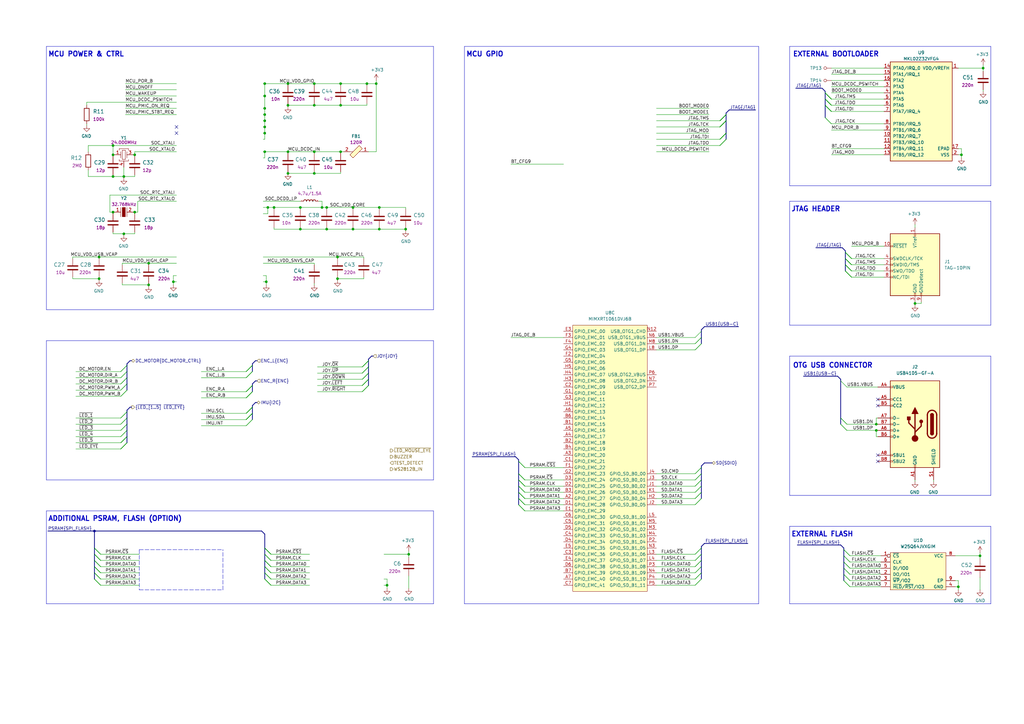
<source format=kicad_sch>
(kicad_sch (version 20211123) (generator eeschema)
  (paper "A3")
  (lib_symbols
    (symbol "synermycha-electronics:MIMXRT1061DVJ6B_1"
      (property "Reference" "U" (at -12.7 58.42 0))
      (property "Value" "MIMXRT1061DVJ6B_1" (at 5.08 58.42 0))
      (symbol "MIMXRT1061DVJ6B_1_1_1"
        (pin passive line (at 17.78 -40.64 180) (length 3.81) (name "VSS") (number "A1"))
        (pin passive line (at 17.78 -40.64 180) (length 3.81) hide (name "VSS") (number "A14"))
        (pin passive line (at 17.78 -40.64 180) (length 3.81) hide (name "VSS") (number "B10"))
        (pin passive line (at 17.78 -40.64 180) (length 3.81) hide (name "VSS") (number "B5"))
        (pin passive line (at 17.78 -40.64 180) (length 3.81) hide (name "VSS") (number "E13"))
        (pin passive line (at 17.78 -40.64 180) (length 3.81) hide (name "VSS") (number "E2"))
        (pin passive line (at 17.78 22.86 180) (length 3.81) (name "NVCC_EMP") (number "E6"))
        (pin passive line (at 17.78 27.94 180) (length 3.81) (name "NVCC_GPIO") (number "E9"))
        (pin passive line (at 17.78 27.94 180) (length 3.81) hide (name "NVCC_GPIO") (number "F10"))
        (pin passive line (at 17.78 25.4 180) (length 3.81) (name "NVCC_EMC") (number "F5"))
        (pin passive line (at 17.78 -10.16 180) (length 3.81) (name "VDD_SOC_IN") (number "F6"))
        (pin passive line (at 17.78 -10.16 180) (length 3.81) hide (name "VDD_SOC_IN") (number "F7"))
        (pin passive line (at 17.78 -10.16 180) (length 3.81) hide (name "VDD_SOC_IN") (number "F8"))
        (pin passive line (at 17.78 -10.16 180) (length 3.81) hide (name "VDD_SOC_IN") (number "F9"))
        (pin passive line (at 17.78 -10.16 180) (length 3.81) hide (name "VDD_SOC_IN") (number "G6"))
        (pin passive line (at 17.78 -40.64 180) (length 3.81) hide (name "VSS") (number "G7"))
        (pin passive line (at 17.78 -40.64 180) (length 3.81) hide (name "VSS") (number "G8"))
        (pin passive line (at 17.78 -10.16 180) (length 3.81) hide (name "VDD_SOC_IN") (number "G9"))
        (pin passive line (at 17.78 -10.16 180) (length 3.81) hide (name "VDD_SOC_IN") (number "H6"))
        (pin passive line (at 17.78 -40.64 180) (length 3.81) hide (name "VSS") (number "H7"))
        (pin passive line (at 17.78 -40.64 180) (length 3.81) hide (name "VSS") (number "H8"))
        (pin passive line (at 17.78 -10.16 180) (length 3.81) hide (name "VDD_SOC_IN") (number "H9"))
        (pin passive line (at 17.78 27.94 180) (length 3.81) hide (name "NVCC_GPIO") (number "J10"))
        (pin passive line (at 17.78 -12.7 180) (length 3.81) (name "DCDC_SENSE") (number "J5"))
        (pin passive line (at 17.78 20.32 180) (length 3.81) (name "NVCC_SD0") (number "J6"))
        (pin passive line (at 17.78 -40.64 180) (length 3.81) hide (name "VSS") (number "J7"))
        (pin passive line (at 17.78 -40.64 180) (length 3.81) hide (name "VSS") (number "J8"))
        (pin passive line (at 17.78 -10.16 180) (length 3.81) hide (name "VDD_SOC_IN") (number "J9"))
        (pin passive line (at 17.78 -40.64 180) (length 3.81) hide (name "VSS") (number "K13"))
        (pin passive line (at 17.78 -40.64 180) (length 3.81) hide (name "VSS") (number "K2"))
        (pin passive line (at -17.78 33.02 0) (length 3.81) (name "DCDC_PSWITCH") (number "K3"))
        (pin passive line (at 17.78 10.16 180) (length 3.81) (name "DCDC_IN_Q") (number "K4"))
        (pin passive line (at 17.78 17.78 180) (length 3.81) (name "NVCC_SD1") (number "K5"))
        (pin passive line (at -17.78 -38.1 0) (length 3.81) (name "TEST_MODE") (number "K6"))
        (pin passive line (at -17.78 30.48 0) (length 3.81) (name "PMIC_ON_REQ") (number "K7"))
        (pin passive line (at -17.78 -30.48 0) (length 3.81) (name "VDD_USB_CAP") (number "K8"))
        (pin passive line (at -17.78 -40.64 0) (length 3.81) (name "NGND_KEL0") (number "K9"))
        (pin passive line (at 17.78 12.7 180) (length 3.81) (name "DCDC_IN") (number "L1"))
        (pin passive line (at 17.78 12.7 180) (length 3.81) hide (name "DCDC_IN") (number "L2"))
        (pin passive line (at -17.78 35.56 0) (length 3.81) (name "WAKEUP") (number "L6"))
        (pin passive line (at -17.78 27.94 0) (length 3.81) (name "PMIC_STBY_REQ") (number "L7"))
        (pin passive line (at 17.78 -40.64 180) (length 3.81) hide (name "VSS") (number "L9"))
        (pin passive line (at 17.78 -7.62 180) (length 3.81) (name "DCDC_LP") (number "M1"))
        (pin passive line (at 17.78 -33.02 180) (length 3.81) (name "SNVS_CAP") (number "M10"))
        (pin passive line (at 17.78 -7.62 180) (length 3.81) hide (name "DCDC_LP") (number "M2"))
        (pin passive line (at -17.78 38.1 0) (length 3.81) (name "ONOFF") (number "M6"))
        (pin passive line (at -17.78 40.64 0) (length 3.81) (name "POR_B") (number "M7"))
        (pin passive line (at 17.78 40.64 180) (length 3.81) (name "VDD_SNVS_IN") (number "M9"))
        (pin passive line (at 17.78 -38.1 180) (length 3.81) (name "DCDC_GND") (number "N1"))
        (pin no_connect line (at -12.7 25.4 0) (length 3.81) hide (name "GPANAIO") (number "N10"))
        (pin passive line (at -17.78 12.7 0) (length 3.81) (name "XTALO") (number "N11"))
        (pin passive line (at -17.78 22.86 0) (length 3.81) (name "CCM_CLK1_P") (number "N13"))
        (pin passive line (at 17.78 30.48 180) (length 3.81) (name "VDD_ADC") (number "N14"))
        (pin passive line (at 17.78 -38.1 180) (length 3.81) hide (name "DCDC_GND") (number "N2"))
        (pin passive line (at 17.78 -40.64 180) (length 3.81) hide (name "VSS") (number "N5"))
        (pin passive line (at 17.78 -40.64 180) (length 3.81) hide (name "VSS") (number "N8"))
        (pin passive line (at -17.78 -5.08 0) (length 3.81) (name "RTC_XTALI") (number "N9"))
        (pin passive line (at 17.78 -40.64 180) (length 3.81) hide (name "VSS") (number "P1"))
        (pin passive line (at 17.78 -30.48 180) (length 3.81) (name "NVCC_PLL") (number "P10"))
        (pin passive line (at -17.78 15.24 0) (length 3.81) (name "XTALI") (number "P11"))
        (pin passive line (at 17.78 35.56 180) (length 3.81) (name "VDD_HIGH_IN") (number "P12"))
        (pin passive line (at -17.78 20.32 0) (length 3.81) (name "CCM_CLK1_N") (number "P13"))
        (pin passive line (at 17.78 -40.64 180) (length 3.81) hide (name "VSS") (number "P14"))
        (pin passive line (at -17.78 -33.02 0) (length 3.81) (name "VDD_HIGH_CAP") (number "P8"))
        (pin passive line (at -17.78 -7.62 0) (length 3.81) (name "RTC_XTALO") (number "P9"))
      )
      (symbol "MIMXRT1061DVJ6B_1_2_1"
        (pin passive line (at -19.05 -30.48 0) (length 3.81) (name "GPIO_B0_11") (number "A10"))
        (pin passive line (at -19.05 40.64 0) (length 3.81) (name "GPIO_B1_00") (number "A11"))
        (pin passive line (at -19.05 20.32 0) (length 3.81) (name "GPIO_B1_08") (number "A12"))
        (pin passive line (at -19.05 17.78 0) (length 3.81) (name "GPIO_B1_09") (number "A13"))
        (pin passive line (at -19.05 -17.78 0) (length 3.81) (name "GPIO_B0_06") (number "A8"))
        (pin passive line (at -19.05 -20.32 0) (length 3.81) (name "GPIO_B0_07") (number "A9"))
        (pin passive line (at -19.05 38.1 0) (length 3.81) (name "GPIO_B1_01") (number "B11"))
        (pin passive line (at -19.05 22.86 0) (length 3.81) (name "GPIO_B1_07") (number "B12"))
        (pin passive line (at -19.05 15.24 0) (length 3.81) (name "GPIO_B1_10") (number "B13"))
        (pin passive line (at -19.05 2.54 0) (length 3.81) (name "GPIO_B1_15") (number "B14"))
        (pin passive line (at -19.05 -15.24 0) (length 3.81) (name "GPIO_B0_05") (number "B8"))
        (pin passive line (at -19.05 -22.86 0) (length 3.81) (name "GPIO_B0_08") (number "B9"))
        (pin passive line (at -19.05 -33.02 0) (length 3.81) (name "GPIO_B0_12") (number "C10"))
        (pin passive line (at -19.05 35.56 0) (length 3.81) (name "GPIO_B1_02") (number "C11"))
        (pin passive line (at -19.05 25.4 0) (length 3.81) (name "GPIO_B1_06") (number "C12"))
        (pin passive line (at -19.05 12.7 0) (length 3.81) (name "GPIO_B1_11") (number "C13"))
        (pin passive line (at -19.05 5.08 0) (length 3.81) (name "GPIO_B1_14") (number "C14"))
        (pin passive line (at -19.05 -12.7 0) (length 3.81) (name "GPIO_B0_04") (number "C8"))
        (pin passive line (at -19.05 -25.4 0) (length 3.81) (name "GPIO_B0_09") (number "C9"))
        (pin passive line (at -19.05 -35.56 0) (length 3.81) (name "GPIO_B0_13") (number "D10"))
        (pin passive line (at -19.05 33.02 0) (length 3.81) (name "GPIO_B1_03") (number "D11"))
        (pin passive line (at -19.05 27.94 0) (length 3.81) (name "GPIO_B1_05") (number "D12"))
        (pin passive line (at -19.05 10.16 0) (length 3.81) (name "GPIO_B1_12") (number "D13"))
        (pin passive line (at -19.05 7.62 0) (length 3.81) (name "GPIO_B1_13") (number "D14"))
        (pin passive line (at -19.05 -2.54 0) (length 3.81) (name "GPIO_B0_00") (number "D7"))
        (pin passive line (at -19.05 -10.16 0) (length 3.81) (name "GPIO_B0_03") (number "D8"))
        (pin passive line (at -19.05 -27.94 0) (length 3.81) (name "GPIO_B0_10") (number "D9"))
        (pin passive line (at -19.05 -38.1 0) (length 3.81) (name "GPIO_B0_14") (number "E10"))
        (pin passive line (at -19.05 -40.64 0) (length 3.81) (name "GPIO_B0_15") (number "E11"))
        (pin passive line (at -19.05 30.48 0) (length 3.81) (name "GPIO_B1_04") (number "E12"))
        (pin passive line (at 19.05 25.4 180) (length 3.81) (name "GPIO_AD_B0_06") (number "E14"))
        (pin passive line (at -19.05 -5.08 0) (length 3.81) (name "GPIO_B0_01") (number "E7"))
        (pin passive line (at -19.05 -7.62 0) (length 3.81) (name "GPIO_B0_02") (number "E8"))
        (pin passive line (at 19.05 30.48 180) (length 3.81) (name "GPIO_AD_B0_04") (number "F11"))
        (pin passive line (at 19.05 22.86 180) (length 3.81) (name "GPIO_AD_B0_07") (number "F12"))
        (pin passive line (at 19.05 20.32 180) (length 3.81) (name "GPIO_AD_B0_08") (number "F13"))
        (pin passive line (at 19.05 17.78 180) (length 3.81) (name "GPIO_AD_B0_09") (number "F14"))
        (pin passive line (at 19.05 12.7 180) (length 3.81) (name "GPIO_AD_B0_11") (number "G10"))
        (pin passive line (at 19.05 33.02 180) (length 3.81) (name "GPIO_AD_B0_03") (number "G11"))
        (pin passive line (at 19.05 -38.1 180) (length 3.81) (name "GPIO_AD_B1_14") (number "G12"))
        (pin passive line (at 19.05 15.24 180) (length 3.81) (name "GPIO_AD_B0_10") (number "G13"))
        (pin passive line (at 19.05 27.94 180) (length 3.81) (name "GPIO_AD_B0_05") (number "G14"))
        (pin passive line (at 19.05 38.1 180) (length 3.81) (name "GPIO_AD_B0_01") (number "H10"))
        (pin passive line (at 19.05 -35.56 180) (length 3.81) (name "GPIO_AD_B1_13") (number "H11"))
        (pin passive line (at 19.05 -33.02 180) (length 3.81) (name "GPIO_AD_B1_12") (number "H12"))
        (pin passive line (at 19.05 -22.86 180) (length 3.81) (name "GPIO_AD_B1_08") (number "H13"))
        (pin passive line (at 19.05 5.08 180) (length 3.81) (name "GPIO_AD_B0_14") (number "H14"))
        (pin passive line (at 19.05 -2.54 180) (length 3.81) (name "GPIO_AD_B1_00") (number "J11"))
        (pin passive line (at 19.05 -17.78 180) (length 3.81) (name "GPIO_AD_B1_06") (number "J12"))
        (pin passive line (at 19.05 -30.48 180) (length 3.81) (name "GPIO_AD_B1_11") (number "J13"))
        (pin passive line (at 19.05 -40.64 180) (length 3.81) (name "GPIO_AD_B1_15") (number "J14"))
        (pin passive line (at 19.05 -20.32 180) (length 3.81) (name "GPIO_AD_B1_07") (number "K10"))
        (pin passive line (at 19.05 -5.08 180) (length 3.81) (name "GPIO_AD_B1_01") (number "K11"))
        (pin passive line (at 19.05 -15.24 180) (length 3.81) (name "GPIO_AD_B1_05") (number "K12"))
        (pin passive line (at 19.05 10.16 180) (length 3.81) (name "GPIO_AD_B0_12") (number "K14"))
        (pin passive line (at 19.05 2.54 180) (length 3.81) (name "GPIO_AD_B0_15") (number "L10"))
        (pin passive line (at 19.05 -7.62 180) (length 3.81) (name "GPIO_AD_B1_02") (number "L11"))
        (pin passive line (at 19.05 -12.7 180) (length 3.81) (name "GPIO_AD_B1_04") (number "L12"))
        (pin passive line (at 19.05 -27.94 180) (length 3.81) (name "GPIO_AD_B1_10") (number "L13"))
        (pin passive line (at 19.05 7.62 180) (length 3.81) (name "GPIO_AD_B0_13") (number "L14"))
        (pin passive line (at 19.05 35.56 180) (length 3.81) (name "GPIO_AD_B0_02") (number "M11"))
        (pin passive line (at 19.05 -10.16 180) (length 3.81) (name "GPIO_AD_B1_03") (number "M12"))
        (pin passive line (at 19.05 -25.4 180) (length 3.81) (name "GPIO_AD_B1_09") (number "M13"))
        (pin passive line (at 19.05 40.64 180) (length 3.81) (name "GPIO_AD_B0_00") (number "M14"))
      )
      (symbol "MIMXRT1061DVJ6B_1_3_1"
        (pin passive line (at -19.05 -15.24 0) (length 3.81) (name "GPIO_EMC_27") (number "A2"))
        (pin passive line (at -19.05 2.54 0) (length 3.81) (name "GPIO_EMC_20") (number "A3"))
        (pin passive line (at -19.05 10.16 0) (length 3.81) (name "GPIO_EMC_17") (number "A4"))
        (pin passive line (at -19.05 12.7 0) (length 3.81) (name "GPIO_EMC_16") (number "A5"))
        (pin passive line (at -19.05 20.32 0) (length 3.81) (name "GPIO_EMC_13") (number "A6"))
        (pin passive line (at -19.05 -48.26 0) (length 3.81) (name "GPIO_EMC_40") (number "A7"))
        (pin passive line (at -19.05 15.24 0) (length 3.81) (name "GPIO_EMC_15") (number "B1"))
        (pin passive line (at -19.05 7.62 0) (length 3.81) (name "GPIO_EMC_18") (number "B2"))
        (pin passive line (at -19.05 -12.7 0) (length 3.81) (name "GPIO_EMC_26") (number "B3"))
        (pin passive line (at -19.05 5.08 0) (length 3.81) (name "GPIO_EMC_19") (number "B4"))
        (pin passive line (at -19.05 17.78 0) (length 3.81) (name "GPIO_EMC_14") (number "B6"))
        (pin passive line (at -19.05 -45.72 0) (length 3.81) (name "GPIO_EMC_39") (number "B7"))
        (pin passive line (at -19.05 0 0) (length 3.81) (name "GPIO_EMC_21") (number "C1"))
        (pin passive line (at -19.05 30.48 0) (length 3.81) (name "GPIO_EMC_09") (number "C2"))
        (pin passive line (at -19.05 -38.1 0) (length 3.81) (name "GPIO_EMC_36") (number "C3"))
        (pin passive line (at -19.05 -30.48 0) (length 3.81) (name "GPIO_EMC_33") (number "C4"))
        (pin passive line (at -19.05 -25.4 0) (length 3.81) (name "GPIO_EMC_31") (number "C5"))
        (pin passive line (at -19.05 -22.86 0) (length 3.81) (name "GPIO_EMC_30") (number "C6"))
        (pin passive line (at -19.05 -50.8 0) (length 3.81) (name "GPIO_EMC_41") (number "C7"))
        (pin passive line (at -19.05 -17.78 0) (length 3.81) (name "GPIO_EMC_28") (number "D1"))
        (pin passive line (at -19.05 -10.16 0) (length 3.81) (name "GPIO_EMC_25") (number "D2"))
        (pin passive line (at -19.05 -7.62 0) (length 3.81) (name "GPIO_EMC_24") (number "D3"))
        (pin passive line (at -19.05 -33.02 0) (length 3.81) (name "GPIO_EMC_34") (number "D4"))
        (pin passive line (at -19.05 -27.94 0) (length 3.81) (name "GPIO_EMC_32") (number "D5"))
        (pin passive line (at -19.05 -43.18 0) (length 3.81) (name "GPIO_EMC_38") (number "D6"))
        (pin passive line (at -19.05 -20.32 0) (length 3.81) (name "GPIO_EMC_29") (number "E1"))
        (pin passive line (at -19.05 53.34 0) (length 3.81) (name "GPIO_EMC_00") (number "E3"))
        (pin passive line (at -19.05 -40.64 0) (length 3.81) (name "GPIO_EMC_37") (number "E4"))
        (pin passive line (at -19.05 -35.56 0) (length 3.81) (name "GPIO_EMC_35") (number "E5"))
        (pin passive line (at -19.05 -2.54 0) (length 3.81) (name "GPIO_EMC_22") (number "F1"))
        (pin passive line (at -19.05 43.18 0) (length 3.81) (name "GPIO_EMC_04") (number "F2"))
        (pin passive line (at -19.05 50.8 0) (length 3.81) (name "GPIO_EMC_01") (number "F3"))
        (pin passive line (at -19.05 48.26 0) (length 3.81) (name "GPIO_EMC_02") (number "F4"))
        (pin passive line (at -19.05 27.94 0) (length 3.81) (name "GPIO_EMC_10") (number "G1"))
        (pin passive line (at -19.05 -5.08 0) (length 3.81) (name "GPIO_EMC_23") (number "G2"))
        (pin passive line (at -19.05 25.4 0) (length 3.81) (name "GPIO_EMC_11") (number "G3"))
        (pin passive line (at -19.05 45.72 0) (length 3.81) (name "GPIO_EMC_03") (number "G4"))
        (pin passive line (at -19.05 40.64 0) (length 3.81) (name "GPIO_EMC_05") (number "G5"))
        (pin passive line (at -19.05 22.86 0) (length 3.81) (name "GPIO_EMC_12") (number "H1"))
        (pin passive line (at 19.05 -15.24 180) (length 3.81) (name "GPIO_SD_B0_04") (number "H2"))
        (pin passive line (at -19.05 33.02 0) (length 3.81) (name "GPIO_EMC_08") (number "H3"))
        (pin passive line (at -19.05 35.56 0) (length 3.81) (name "GPIO_EMC_07") (number "H4"))
        (pin passive line (at -19.05 38.1 0) (length 3.81) (name "GPIO_EMC_06") (number "H5"))
        (pin passive line (at 19.05 -10.16 180) (length 3.81) (name "GPIO_SD_B0_02") (number "J1"))
        (pin passive line (at 19.05 -17.78 180) (length 3.81) (name "GPIO_SD_B0_05") (number "J2"))
        (pin passive line (at 19.05 -7.62 180) (length 3.81) (name "GPIO_SD_B0_01") (number "J3"))
        (pin passive line (at 19.05 -5.08 180) (length 3.81) (name "GPIO_SD_B0_00") (number "J4"))
        (pin passive line (at 19.05 -12.7 180) (length 3.81) (name "GPIO_SD_B0_03") (number "K1"))
        (pin passive line (at 19.05 -38.1 180) (length 3.81) (name "GPIO_SD_B1_06") (number "L3"))
        (pin passive line (at 19.05 -40.64 180) (length 3.81) (name "GPIO_SD_B1_07") (number "L4"))
        (pin passive line (at 19.05 -22.86 180) (length 3.81) (name "GPIO_SD_B1_00") (number "L5"))
        (pin passive line (at 19.05 45.72 180) (length 3.81) (name "USB_OTG1_DP") (number "L8"))
        (pin passive line (at 19.05 -27.94 180) (length 3.81) (name "GPIO_SD_B1_02") (number "M3"))
        (pin passive line (at 19.05 -30.48 180) (length 3.81) (name "GPIO_SD_B1_03") (number "M4"))
        (pin passive line (at 19.05 -25.4 180) (length 3.81) (name "GPIO_SD_B1_01") (number "M5"))
        (pin passive line (at 19.05 48.26 180) (length 3.81) (name "USB_OTG1_DN") (number "M8"))
        (pin passive line (at 19.05 53.34 180) (length 3.81) (name "USB_OTG1_CHD") (number "N12"))
        (pin passive line (at 19.05 -35.56 180) (length 3.81) (name "GPIO_SD_B1_05") (number "N3"))
        (pin passive line (at 19.05 -45.72 180) (length 3.81) (name "GPIO_SD_B1_09") (number "N4"))
        (pin passive line (at 19.05 50.8 180) (length 3.81) (name "USB_OTG1_VBUS") (number "N6"))
        (pin passive line (at 19.05 33.02 180) (length 3.81) (name "USB_OTG2_DN") (number "N7"))
        (pin passive line (at 19.05 -33.02 180) (length 3.81) (name "GPIO_SD_B1_04") (number "P2"))
        (pin passive line (at 19.05 -43.18 180) (length 3.81) (name "GPIO_SD_B1_08") (number "P3"))
        (pin passive line (at 19.05 -48.26 180) (length 3.81) (name "GPIO_SD_B1_10") (number "P4"))
        (pin passive line (at 19.05 -50.8 180) (length 3.81) (name "GPIO_SD_B1_11") (number "P5"))
        (pin passive line (at 19.05 35.56 180) (length 3.81) (name "USB_OTG2_VBUS") (number "P6"))
        (pin passive line (at 19.05 30.48 180) (length 3.81) (name "USB_OTG2_DP") (number "P7"))
      )
    )
    (symbol "synermycha-electronics:MIMXRT1061DVJ6B_2"
      (property "Reference" "U" (at -12.7 58.42 0))
      (property "Value" "MIMXRT1061DVJ6B_2" (at 5.08 58.42 0))
      (symbol "MIMXRT1061DVJ6B_2_1_1"
        (pin passive line (at 17.78 -40.64 180) (length 3.81) (name "VSS") (number "A1"))
        (pin passive line (at 17.78 -40.64 180) (length 3.81) hide (name "VSS") (number "A14"))
        (pin passive line (at 17.78 -40.64 180) (length 3.81) hide (name "VSS") (number "B10"))
        (pin passive line (at 17.78 -40.64 180) (length 3.81) hide (name "VSS") (number "B5"))
        (pin passive line (at 17.78 -40.64 180) (length 3.81) hide (name "VSS") (number "E13"))
        (pin passive line (at 17.78 -40.64 180) (length 3.81) hide (name "VSS") (number "E2"))
        (pin passive line (at 17.78 22.86 180) (length 3.81) (name "NVCC_EMP") (number "E6"))
        (pin passive line (at 17.78 27.94 180) (length 3.81) (name "NVCC_GPIO") (number "E9"))
        (pin passive line (at 17.78 27.94 180) (length 3.81) hide (name "NVCC_GPIO") (number "F10"))
        (pin passive line (at 17.78 25.4 180) (length 3.81) (name "NVCC_EMC") (number "F5"))
        (pin passive line (at 17.78 -10.16 180) (length 3.81) (name "VDD_SOC_IN") (number "F6"))
        (pin passive line (at 17.78 -10.16 180) (length 3.81) hide (name "VDD_SOC_IN") (number "F7"))
        (pin passive line (at 17.78 -10.16 180) (length 3.81) hide (name "VDD_SOC_IN") (number "F8"))
        (pin passive line (at 17.78 -10.16 180) (length 3.81) hide (name "VDD_SOC_IN") (number "F9"))
        (pin passive line (at 17.78 -10.16 180) (length 3.81) hide (name "VDD_SOC_IN") (number "G6"))
        (pin passive line (at 17.78 -40.64 180) (length 3.81) hide (name "VSS") (number "G7"))
        (pin passive line (at 17.78 -40.64 180) (length 3.81) hide (name "VSS") (number "G8"))
        (pin passive line (at 17.78 -10.16 180) (length 3.81) hide (name "VDD_SOC_IN") (number "G9"))
        (pin passive line (at 17.78 -10.16 180) (length 3.81) hide (name "VDD_SOC_IN") (number "H6"))
        (pin passive line (at 17.78 -40.64 180) (length 3.81) hide (name "VSS") (number "H7"))
        (pin passive line (at 17.78 -40.64 180) (length 3.81) hide (name "VSS") (number "H8"))
        (pin passive line (at 17.78 -10.16 180) (length 3.81) hide (name "VDD_SOC_IN") (number "H9"))
        (pin passive line (at 17.78 27.94 180) (length 3.81) hide (name "NVCC_GPIO") (number "J10"))
        (pin passive line (at 17.78 -12.7 180) (length 3.81) (name "DCDC_SENSE") (number "J5"))
        (pin passive line (at 17.78 20.32 180) (length 3.81) (name "NVCC_SD0") (number "J6"))
        (pin passive line (at 17.78 -40.64 180) (length 3.81) hide (name "VSS") (number "J7"))
        (pin passive line (at 17.78 -40.64 180) (length 3.81) hide (name "VSS") (number "J8"))
        (pin passive line (at 17.78 -10.16 180) (length 3.81) hide (name "VDD_SOC_IN") (number "J9"))
        (pin passive line (at 17.78 -40.64 180) (length 3.81) hide (name "VSS") (number "K13"))
        (pin passive line (at 17.78 -40.64 180) (length 3.81) hide (name "VSS") (number "K2"))
        (pin passive line (at -17.78 33.02 0) (length 3.81) (name "DCDC_PSWITCH") (number "K3"))
        (pin passive line (at 17.78 10.16 180) (length 3.81) (name "DCDC_IN_Q") (number "K4"))
        (pin passive line (at 17.78 17.78 180) (length 3.81) (name "NVCC_SD1") (number "K5"))
        (pin passive line (at -17.78 -38.1 0) (length 3.81) (name "TEST_MODE") (number "K6"))
        (pin passive line (at -17.78 30.48 0) (length 3.81) (name "PMIC_ON_REQ") (number "K7"))
        (pin passive line (at -17.78 -30.48 0) (length 3.81) (name "VDD_USB_CAP") (number "K8"))
        (pin passive line (at -17.78 -40.64 0) (length 3.81) (name "NGND_KEL0") (number "K9"))
        (pin passive line (at 17.78 12.7 180) (length 3.81) (name "DCDC_IN") (number "L1"))
        (pin passive line (at 17.78 12.7 180) (length 3.81) hide (name "DCDC_IN") (number "L2"))
        (pin passive line (at -17.78 35.56 0) (length 3.81) (name "WAKEUP") (number "L6"))
        (pin passive line (at -17.78 27.94 0) (length 3.81) (name "PMIC_STBY_REQ") (number "L7"))
        (pin passive line (at 17.78 -40.64 180) (length 3.81) hide (name "VSS") (number "L9"))
        (pin passive line (at 17.78 -7.62 180) (length 3.81) (name "DCDC_LP") (number "M1"))
        (pin passive line (at 17.78 -33.02 180) (length 3.81) (name "SNVS_CAP") (number "M10"))
        (pin passive line (at 17.78 -7.62 180) (length 3.81) hide (name "DCDC_LP") (number "M2"))
        (pin passive line (at -17.78 38.1 0) (length 3.81) (name "ONOFF") (number "M6"))
        (pin passive line (at -17.78 40.64 0) (length 3.81) (name "POR_B") (number "M7"))
        (pin passive line (at 17.78 40.64 180) (length 3.81) (name "VDD_SNVS_IN") (number "M9"))
        (pin passive line (at 17.78 -38.1 180) (length 3.81) (name "DCDC_GND") (number "N1"))
        (pin no_connect line (at -12.7 25.4 0) (length 3.81) hide (name "GPANAIO") (number "N10"))
        (pin passive line (at -17.78 12.7 0) (length 3.81) (name "XTALO") (number "N11"))
        (pin passive line (at -17.78 22.86 0) (length 3.81) (name "CCM_CLK1_P") (number "N13"))
        (pin passive line (at 17.78 30.48 180) (length 3.81) (name "VDD_ADC") (number "N14"))
        (pin passive line (at 17.78 -38.1 180) (length 3.81) hide (name "DCDC_GND") (number "N2"))
        (pin passive line (at 17.78 -40.64 180) (length 3.81) hide (name "VSS") (number "N5"))
        (pin passive line (at 17.78 -40.64 180) (length 3.81) hide (name "VSS") (number "N8"))
        (pin passive line (at -17.78 -5.08 0) (length 3.81) (name "RTC_XTALI") (number "N9"))
        (pin passive line (at 17.78 -40.64 180) (length 3.81) hide (name "VSS") (number "P1"))
        (pin passive line (at 17.78 -30.48 180) (length 3.81) (name "NVCC_PLL") (number "P10"))
        (pin passive line (at -17.78 15.24 0) (length 3.81) (name "XTALI") (number "P11"))
        (pin passive line (at 17.78 35.56 180) (length 3.81) (name "VDD_HIGH_IN") (number "P12"))
        (pin passive line (at -17.78 20.32 0) (length 3.81) (name "CCM_CLK1_N") (number "P13"))
        (pin passive line (at 17.78 -40.64 180) (length 3.81) hide (name "VSS") (number "P14"))
        (pin passive line (at -17.78 -33.02 0) (length 3.81) (name "VDD_HIGH_CAP") (number "P8"))
        (pin passive line (at -17.78 -7.62 0) (length 3.81) (name "RTC_XTALO") (number "P9"))
      )
      (symbol "MIMXRT1061DVJ6B_2_2_1"
        (pin passive line (at -19.05 12.7 0) (length 3.81) (name "GPIO_B0_11") (number "A10"))
        (pin passive line (at -19.05 -2.54 0) (length 3.81) (name "GPIO_B1_00") (number "A11"))
        (pin passive line (at -19.05 -22.86 0) (length 3.81) (name "GPIO_B1_08") (number "A12"))
        (pin passive line (at -19.05 -25.4 0) (length 3.81) (name "GPIO_B1_09") (number "A13"))
        (pin passive line (at -19.05 25.4 0) (length 3.81) (name "GPIO_B0_06") (number "A8"))
        (pin passive line (at -19.05 22.86 0) (length 3.81) (name "GPIO_B0_07") (number "A9"))
        (pin passive line (at -19.05 -5.08 0) (length 3.81) (name "GPIO_B1_01") (number "B11"))
        (pin passive line (at -19.05 -20.32 0) (length 3.81) (name "GPIO_B1_07") (number "B12"))
        (pin passive line (at -19.05 -27.94 0) (length 3.81) (name "GPIO_B1_10") (number "B13"))
        (pin passive line (at -19.05 -40.64 0) (length 3.81) (name "GPIO_B1_15") (number "B14"))
        (pin passive line (at -19.05 27.94 0) (length 3.81) (name "GPIO_B0_05") (number "B8"))
        (pin passive line (at -19.05 20.32 0) (length 3.81) (name "GPIO_B0_08") (number "B9"))
        (pin passive line (at -19.05 10.16 0) (length 3.81) (name "GPIO_B0_12") (number "C10"))
        (pin passive line (at -19.05 -7.62 0) (length 3.81) (name "GPIO_B1_02") (number "C11"))
        (pin passive line (at -19.05 -17.78 0) (length 3.81) (name "GPIO_B1_06") (number "C12"))
        (pin passive line (at -19.05 -30.48 0) (length 3.81) (name "GPIO_B1_11") (number "C13"))
        (pin passive line (at -19.05 -38.1 0) (length 3.81) (name "GPIO_B1_14") (number "C14"))
        (pin passive line (at -19.05 30.48 0) (length 3.81) (name "GPIO_B0_04") (number "C8"))
        (pin passive line (at -19.05 17.78 0) (length 3.81) (name "GPIO_B0_09") (number "C9"))
        (pin passive line (at -19.05 7.62 0) (length 3.81) (name "GPIO_B0_13") (number "D10"))
        (pin passive line (at -19.05 -10.16 0) (length 3.81) (name "GPIO_B1_03") (number "D11"))
        (pin passive line (at -19.05 -15.24 0) (length 3.81) (name "GPIO_B1_05") (number "D12"))
        (pin passive line (at -19.05 -33.02 0) (length 3.81) (name "GPIO_B1_12") (number "D13"))
        (pin passive line (at -19.05 -35.56 0) (length 3.81) (name "GPIO_B1_13") (number "D14"))
        (pin passive line (at -19.05 40.64 0) (length 3.81) (name "GPIO_B0_00") (number "D7"))
        (pin passive line (at -19.05 33.02 0) (length 3.81) (name "GPIO_B0_03") (number "D8"))
        (pin passive line (at -19.05 15.24 0) (length 3.81) (name "GPIO_B0_10") (number "D9"))
        (pin passive line (at -19.05 5.08 0) (length 3.81) (name "GPIO_B0_14") (number "E10"))
        (pin passive line (at -19.05 2.54 0) (length 3.81) (name "GPIO_B0_15") (number "E11"))
        (pin passive line (at -19.05 -12.7 0) (length 3.81) (name "GPIO_B1_04") (number "E12"))
        (pin passive line (at 19.05 25.4 180) (length 3.81) (name "GPIO_AD_B0_06") (number "E14"))
        (pin passive line (at -19.05 38.1 0) (length 3.81) (name "GPIO_B0_01") (number "E7"))
        (pin passive line (at -19.05 35.56 0) (length 3.81) (name "GPIO_B0_02") (number "E8"))
        (pin passive line (at 19.05 30.48 180) (length 3.81) (name "GPIO_AD_B0_04") (number "F11"))
        (pin passive line (at 19.05 22.86 180) (length 3.81) (name "GPIO_AD_B0_07") (number "F12"))
        (pin passive line (at 19.05 20.32 180) (length 3.81) (name "GPIO_AD_B0_08") (number "F13"))
        (pin passive line (at 19.05 17.78 180) (length 3.81) (name "GPIO_AD_B0_09") (number "F14"))
        (pin passive line (at 19.05 12.7 180) (length 3.81) (name "GPIO_AD_B0_11") (number "G10"))
        (pin passive line (at 19.05 33.02 180) (length 3.81) (name "GPIO_AD_B0_03") (number "G11"))
        (pin passive line (at 19.05 -38.1 180) (length 3.81) (name "GPIO_AD_B1_14") (number "G12"))
        (pin passive line (at 19.05 15.24 180) (length 3.81) (name "GPIO_AD_B0_10") (number "G13"))
        (pin passive line (at 19.05 27.94 180) (length 3.81) (name "GPIO_AD_B0_05") (number "G14"))
        (pin passive line (at 19.05 38.1 180) (length 3.81) (name "GPIO_AD_B0_01") (number "H10"))
        (pin passive line (at 19.05 -35.56 180) (length 3.81) (name "GPIO_AD_B1_13") (number "H11"))
        (pin passive line (at 19.05 -33.02 180) (length 3.81) (name "GPIO_AD_B1_12") (number "H12"))
        (pin passive line (at 19.05 -22.86 180) (length 3.81) (name "GPIO_AD_B1_08") (number "H13"))
        (pin passive line (at 19.05 5.08 180) (length 3.81) (name "GPIO_AD_B0_14") (number "H14"))
        (pin passive line (at 19.05 -2.54 180) (length 3.81) (name "GPIO_AD_B1_00") (number "J11"))
        (pin passive line (at 19.05 -17.78 180) (length 3.81) (name "GPIO_AD_B1_06") (number "J12"))
        (pin passive line (at 19.05 -30.48 180) (length 3.81) (name "GPIO_AD_B1_11") (number "J13"))
        (pin passive line (at 19.05 -40.64 180) (length 3.81) (name "GPIO_AD_B1_15") (number "J14"))
        (pin passive line (at 19.05 -20.32 180) (length 3.81) (name "GPIO_AD_B1_07") (number "K10"))
        (pin passive line (at 19.05 -5.08 180) (length 3.81) (name "GPIO_AD_B1_01") (number "K11"))
        (pin passive line (at 19.05 -15.24 180) (length 3.81) (name "GPIO_AD_B1_05") (number "K12"))
        (pin passive line (at 19.05 10.16 180) (length 3.81) (name "GPIO_AD_B0_12") (number "K14"))
        (pin passive line (at 19.05 2.54 180) (length 3.81) (name "GPIO_AD_B0_15") (number "L10"))
        (pin passive line (at 19.05 -7.62 180) (length 3.81) (name "GPIO_AD_B1_02") (number "L11"))
        (pin passive line (at 19.05 -12.7 180) (length 3.81) (name "GPIO_AD_B1_04") (number "L12"))
        (pin passive line (at 19.05 -27.94 180) (length 3.81) (name "GPIO_AD_B1_10") (number "L13"))
        (pin passive line (at 19.05 7.62 180) (length 3.81) (name "GPIO_AD_B0_13") (number "L14"))
        (pin passive line (at 19.05 35.56 180) (length 3.81) (name "GPIO_AD_B0_02") (number "M11"))
        (pin passive line (at 19.05 -10.16 180) (length 3.81) (name "GPIO_AD_B1_03") (number "M12"))
        (pin passive line (at 19.05 -25.4 180) (length 3.81) (name "GPIO_AD_B1_09") (number "M13"))
        (pin passive line (at 19.05 40.64 180) (length 3.81) (name "GPIO_AD_B0_00") (number "M14"))
      )
      (symbol "MIMXRT1061DVJ6B_2_3_1"
        (pin passive line (at -19.05 -15.24 0) (length 3.81) (name "GPIO_EMC_27") (number "A2"))
        (pin passive line (at -19.05 2.54 0) (length 3.81) (name "GPIO_EMC_20") (number "A3"))
        (pin passive line (at -19.05 10.16 0) (length 3.81) (name "GPIO_EMC_17") (number "A4"))
        (pin passive line (at -19.05 12.7 0) (length 3.81) (name "GPIO_EMC_16") (number "A5"))
        (pin passive line (at -19.05 20.32 0) (length 3.81) (name "GPIO_EMC_13") (number "A6"))
        (pin passive line (at -19.05 -48.26 0) (length 3.81) (name "GPIO_EMC_40") (number "A7"))
        (pin passive line (at -19.05 15.24 0) (length 3.81) (name "GPIO_EMC_15") (number "B1"))
        (pin passive line (at -19.05 7.62 0) (length 3.81) (name "GPIO_EMC_18") (number "B2"))
        (pin passive line (at -19.05 -12.7 0) (length 3.81) (name "GPIO_EMC_26") (number "B3"))
        (pin passive line (at -19.05 5.08 0) (length 3.81) (name "GPIO_EMC_19") (number "B4"))
        (pin passive line (at -19.05 17.78 0) (length 3.81) (name "GPIO_EMC_14") (number "B6"))
        (pin passive line (at -19.05 -45.72 0) (length 3.81) (name "GPIO_EMC_39") (number "B7"))
        (pin passive line (at -19.05 0 0) (length 3.81) (name "GPIO_EMC_21") (number "C1"))
        (pin passive line (at -19.05 30.48 0) (length 3.81) (name "GPIO_EMC_09") (number "C2"))
        (pin passive line (at -19.05 -38.1 0) (length 3.81) (name "GPIO_EMC_36") (number "C3"))
        (pin passive line (at -19.05 -30.48 0) (length 3.81) (name "GPIO_EMC_33") (number "C4"))
        (pin passive line (at -19.05 -25.4 0) (length 3.81) (name "GPIO_EMC_31") (number "C5"))
        (pin passive line (at -19.05 -22.86 0) (length 3.81) (name "GPIO_EMC_30") (number "C6"))
        (pin passive line (at -19.05 -50.8 0) (length 3.81) (name "GPIO_EMC_41") (number "C7"))
        (pin passive line (at -19.05 -17.78 0) (length 3.81) (name "GPIO_EMC_28") (number "D1"))
        (pin passive line (at -19.05 -10.16 0) (length 3.81) (name "GPIO_EMC_25") (number "D2"))
        (pin passive line (at -19.05 -7.62 0) (length 3.81) (name "GPIO_EMC_24") (number "D3"))
        (pin passive line (at -19.05 -33.02 0) (length 3.81) (name "GPIO_EMC_34") (number "D4"))
        (pin passive line (at -19.05 -27.94 0) (length 3.81) (name "GPIO_EMC_32") (number "D5"))
        (pin passive line (at -19.05 -43.18 0) (length 3.81) (name "GPIO_EMC_38") (number "D6"))
        (pin passive line (at -19.05 -20.32 0) (length 3.81) (name "GPIO_EMC_29") (number "E1"))
        (pin passive line (at -19.05 53.34 0) (length 3.81) (name "GPIO_EMC_00") (number "E3"))
        (pin passive line (at -19.05 -40.64 0) (length 3.81) (name "GPIO_EMC_37") (number "E4"))
        (pin passive line (at -19.05 -35.56 0) (length 3.81) (name "GPIO_EMC_35") (number "E5"))
        (pin passive line (at -19.05 -2.54 0) (length 3.81) (name "GPIO_EMC_22") (number "F1"))
        (pin passive line (at -19.05 43.18 0) (length 3.81) (name "GPIO_EMC_04") (number "F2"))
        (pin passive line (at -19.05 50.8 0) (length 3.81) (name "GPIO_EMC_01") (number "F3"))
        (pin passive line (at -19.05 48.26 0) (length 3.81) (name "GPIO_EMC_02") (number "F4"))
        (pin passive line (at -19.05 27.94 0) (length 3.81) (name "GPIO_EMC_10") (number "G1"))
        (pin passive line (at -19.05 -5.08 0) (length 3.81) (name "GPIO_EMC_23") (number "G2"))
        (pin passive line (at -19.05 25.4 0) (length 3.81) (name "GPIO_EMC_11") (number "G3"))
        (pin passive line (at -19.05 45.72 0) (length 3.81) (name "GPIO_EMC_03") (number "G4"))
        (pin passive line (at -19.05 40.64 0) (length 3.81) (name "GPIO_EMC_05") (number "G5"))
        (pin passive line (at -19.05 22.86 0) (length 3.81) (name "GPIO_EMC_12") (number "H1"))
        (pin passive line (at 19.05 -15.24 180) (length 3.81) (name "GPIO_SD_B0_04") (number "H2"))
        (pin passive line (at -19.05 33.02 0) (length 3.81) (name "GPIO_EMC_08") (number "H3"))
        (pin passive line (at -19.05 35.56 0) (length 3.81) (name "GPIO_EMC_07") (number "H4"))
        (pin passive line (at -19.05 38.1 0) (length 3.81) (name "GPIO_EMC_06") (number "H5"))
        (pin passive line (at 19.05 -10.16 180) (length 3.81) (name "GPIO_SD_B0_02") (number "J1"))
        (pin passive line (at 19.05 -17.78 180) (length 3.81) (name "GPIO_SD_B0_05") (number "J2"))
        (pin passive line (at 19.05 -7.62 180) (length 3.81) (name "GPIO_SD_B0_01") (number "J3"))
        (pin passive line (at 19.05 -5.08 180) (length 3.81) (name "GPIO_SD_B0_00") (number "J4"))
        (pin passive line (at 19.05 -12.7 180) (length 3.81) (name "GPIO_SD_B0_03") (number "K1"))
        (pin passive line (at 19.05 -38.1 180) (length 3.81) (name "GPIO_SD_B1_06") (number "L3"))
        (pin passive line (at 19.05 -40.64 180) (length 3.81) (name "GPIO_SD_B1_07") (number "L4"))
        (pin passive line (at 19.05 -22.86 180) (length 3.81) (name "GPIO_SD_B1_00") (number "L5"))
        (pin passive line (at 19.05 45.72 180) (length 3.81) (name "USB_OTG1_DP") (number "L8"))
        (pin passive line (at 19.05 -27.94 180) (length 3.81) (name "GPIO_SD_B1_02") (number "M3"))
        (pin passive line (at 19.05 -30.48 180) (length 3.81) (name "GPIO_SD_B1_03") (number "M4"))
        (pin passive line (at 19.05 -25.4 180) (length 3.81) (name "GPIO_SD_B1_01") (number "M5"))
        (pin passive line (at 19.05 48.26 180) (length 3.81) (name "USB_OTG1_DN") (number "M8"))
        (pin passive line (at 19.05 53.34 180) (length 3.81) (name "USB_OTG1_CHD") (number "N12"))
        (pin passive line (at 19.05 -35.56 180) (length 3.81) (name "GPIO_SD_B1_05") (number "N3"))
        (pin passive line (at 19.05 -45.72 180) (length 3.81) (name "GPIO_SD_B1_09") (number "N4"))
        (pin passive line (at 19.05 50.8 180) (length 3.81) (name "USB_OTG1_VBUS") (number "N6"))
        (pin passive line (at 19.05 33.02 180) (length 3.81) (name "USB_OTG2_DN") (number "N7"))
        (pin passive line (at 19.05 -33.02 180) (length 3.81) (name "GPIO_SD_B1_04") (number "P2"))
        (pin passive line (at 19.05 -43.18 180) (length 3.81) (name "GPIO_SD_B1_08") (number "P3"))
        (pin passive line (at 19.05 -48.26 180) (length 3.81) (name "GPIO_SD_B1_10") (number "P4"))
        (pin passive line (at 19.05 -50.8 180) (length 3.81) (name "GPIO_SD_B1_11") (number "P5"))
        (pin passive line (at 19.05 35.56 180) (length 3.81) (name "USB_OTG2_VBUS") (number "P6"))
        (pin passive line (at 19.05 30.48 180) (length 3.81) (name "USB_OTG2_DP") (number "P7"))
      )
    )
    (symbol "synermycha-electronics:W25Q64JVXGIM_1" (pin_names (offset 1.016))
      (property "Reference" "U" (at 0 -10.16 0))
      (property "Value" "W25Q64JVXGIM_1" (at 0 7.62 0))
      (symbol "W25Q64JVXGIM_1_1_1"
        (pin passive inverted (at -15.24 5.08 0) (length 3.81) (name "~{CS}") (number "1"))
        (pin passive line (at -15.24 -2.54 0) (length 3.81) (name "DO/IO1") (number "2"))
        (pin passive line (at -15.24 -5.08 0) (length 3.81) (name "~{WP}/IO2") (number "3"))
        (pin passive line (at 15.24 -7.62 180) (length 3.81) (name "GND") (number "4"))
        (pin passive line (at -15.24 0 0) (length 3.81) (name "DI/IO0") (number "5"))
        (pin passive line (at -15.24 2.54 0) (length 3.81) (name "CLK") (number "6"))
        (pin passive line (at -15.24 -7.62 0) (length 3.81) (name "~{HLD}/~{RST}/IO3") (number "7"))
        (pin passive line (at 15.24 5.08 180) (length 3.81) (name "VCC") (number "8"))
        (pin passive line (at 15.24 -5.08 180) (length 3.81) (name "EP") (number "9"))
      )
    )
    (symbol "synermycha-electronics:C_10n_0402" (pin_names (offset 0))
      (property "Reference" "C" (at -1.397 3.429 0))
      (property "Val" "10n" (at 0 -2.54 0))
      (symbol "C_10n_0402_1_1"
        (pin passive line (at 0 3.81 270) (length 2.794) (name "~") (number "1"))
        (pin passive line (at 0 -3.81 90) (length 2.794) (name "~") (number "2"))
      )
    )
    (symbol "synermycha-electronics:C_10u_0402" (pin_names (offset 0))
      (property "Reference" "C" (at -1.397 3.429 0))
      (property "Val" "10u" (at 0 -2.54 0))
      (symbol "C_10u_0402_1_1"
        (pin passive line (at 0 3.81 270) (length 2.794) (name "~") (number "1"))
        (pin passive line (at 0 -3.81 90) (length 2.794) (name "~") (number "2"))
      )
    )
    (symbol "synermycha-electronics:C_12p_0402" (pin_names (offset 0))
      (property "Reference" "C" (at -1.397 3.429 0))
      (property "Val" "12p" (at 0 -2.54 0))
      (symbol "C_12p_0402_1_1"
        (pin passive line (at 0 3.81 270) (length 2.794) (name "~") (number "1"))
        (pin passive line (at 0 -3.81 90) (length 2.794) (name "~") (number "2"))
      )
    )
    (symbol "synermycha-electronics:C_18p_0402" (pin_names (offset 0))
      (property "Reference" "C" (at -1.397 3.429 0))
      (property "Val" "18p" (at 0 -2.54 0))
      (symbol "C_18p_0402_1_1"
        (pin passive line (at 0 3.81 270) (length 2.794) (name "~") (number "1"))
        (pin passive line (at 0 -3.81 90) (length 2.794) (name "~") (number "2"))
      )
    )
    (symbol "synermycha-electronics:C_220n_0402" (pin_names (offset 0))
      (property "Reference" "C" (at 2.54 0 0))
      (property "Val" "220n" (at 5.08 -2.54 0))
      (symbol "C_220n_0402_1_1"
        (pin passive line (at 0 3.81 270) (length 2.794) (name "~") (number "1"))
        (pin passive line (at 0 -3.81 90) (length 2.794) (name "~") (number "2"))
      )
    )
    (symbol "synermycha-electronics:C_4u7_0402" (pin_names (offset 0))
      (property "Reference" "C" (at -1.397 3.429 0))
      (property "Val" "4u7" (at 0 -2.54 0))
      (symbol "C_4u7_0402_1_1"
        (pin passive line (at 0 3.81 270) (length 2.794) (name "~") (number "1"))
        (pin passive line (at 0 -3.81 90) (length 2.794) (name "~") (number "2"))
      )
    )
    (symbol "synermycha-electronics:ABM8G-24.000MHZ-18-D2Y-T" (pin_names (offset 1.016))
      (property "Reference" "Y" (at 5.08 7.62 0))
      (property "Val" "24.000MHz" (at 10.16 5.08 0))
      (symbol "ABM8G-24.000MHZ-18-D2Y-T_1_1"
        (pin output line (at -3.81 0 0) (length 2.54) (name "~") (number "1"))
        (pin power_in line (at 0 -5.08 90) (length 2.54) hide (name "~") (number "2"))
        (pin output line (at 3.81 0 180) (length 2.54) (name "~") (number "3"))
        (pin power_in line (at 0 -5.08 90) (length 2.54) (name "~") (number "4"))
      )
    )
    (symbol "synermycha-electronics:ECS-_327-12_5-34B-TR" (pin_names (offset 1.016))
      (property "Reference" "Y" (at 0 3.81 0))
      (property "VAL" "32.768kHz" (at 0 -7.62 0))
      (symbol "ECS-_327-12_5-34B-TR_1_1"
        (pin bidirectional line (at -3.81 0 0) (length 2.54) (name "~") (number "1"))
        (pin bidirectional line (at 3.81 0 180) (length 2.54) (name "~") (number "2"))
      )
    )
    (symbol "synermycha-electronics:MPZ1005S121CT000" (pin_names (offset 1.016))
      (property "Reference" "FB" (at 0 6.35 0))
      (property "VAL" "120R" (at 0 3.81 0))
      (symbol "MPZ1005S121CT000_1_1"
        (pin passive line (at -5.08 0 0) (length 2.54) (name "~") (number "1"))
        (pin passive line (at 5.08 0 180) (length 2.54) (name "~") (number "2"))
      )
    )
    (symbol "synermycha-electronics:SRP2512A-4R7M" (pin_names (offset 1.016))
      (property "Reference" "L" (at -6.985 1.905 0))
      (property "Val" "4.7u/1.5A" (at 4.445 2.54 0))
      (symbol "SRP2512A-4R7M_0_1"
        (pin passive line (at -3.81 0 0) (length 1.27) (name "P") (number "1"))
        (pin passive line (at 3.81 0 180) (length 1.27) (name "P") (number "2"))
      )
    )
    (symbol "synermycha-electronics:W25Q64JVXGIM" (pin_names (offset 1.016))
      (property "Reference" "U" (at 0 -10.16 0))
      (property "Value" "W25Q64JVXGIM" (at 0 7.62 0))
      (symbol "W25Q64JVXGIM_1_1"
        (pin passive inverted (at -15.24 5.08 0) (length 3.81) (name "~{CS}") (number "1"))
        (pin passive line (at -15.24 -2.54 0) (length 3.81) (name "DO/IO1") (number "2"))
        (pin passive line (at -15.24 -5.08 0) (length 3.81) (name "~{WP}/IO2") (number "3"))
        (pin passive line (at 15.24 -7.62 180) (length 3.81) (name "GND") (number "4"))
        (pin passive line (at -15.24 0 0) (length 3.81) (name "DI/IO0") (number "5"))
        (pin passive line (at -15.24 2.54 0) (length 3.81) (name "CLK") (number "6"))
        (pin passive line (at -15.24 -7.62 0) (length 3.81) (name "~{HLD}/~{RST}/IO3") (number "7"))
        (pin passive line (at 15.24 5.08 180) (length 3.81) (name "VCC") (number "8"))
        (pin passive line (at 15.24 -5.08 180) (length 3.81) (name "EP") (number "9"))
      )
    )
    (symbol "synermycha-electronics:MIMXRT1061DVJ6B"
      (property "Reference" "U" (at -12.7 58.42 0))
      (property "Value" "MIMXRT1061DVJ6B" (at 5.08 58.42 0))
      (symbol "MIMXRT1061DVJ6B_1_1"
        (pin passive line (at 17.78 -40.64 180) (length 3.81) (name "VSS") (number "A1"))
        (pin passive line (at 17.78 -40.64 180) (length 3.81) hide (name "VSS") (number "A14"))
        (pin passive line (at 17.78 -40.64 180) (length 3.81) hide (name "VSS") (number "B10"))
        (pin passive line (at 17.78 -40.64 180) (length 3.81) hide (name "VSS") (number "B5"))
        (pin passive line (at 17.78 -40.64 180) (length 3.81) hide (name "VSS") (number "E13"))
        (pin passive line (at 17.78 -40.64 180) (length 3.81) hide (name "VSS") (number "E2"))
        (pin passive line (at -17.78 12.7 0) (length 3.81) (name "NVCC_EMP") (number "E6"))
        (pin passive line (at -17.78 17.78 0) (length 3.81) (name "NVCC_GPIO") (number "E9"))
        (pin passive line (at -17.78 17.78 0) (length 3.81) hide (name "NVCC_GPIO") (number "F10"))
        (pin passive line (at -17.78 15.24 0) (length 3.81) (name "NVCC_EMC") (number "F5"))
        (pin passive line (at 17.78 0 180) (length 3.81) (name "VDD_SOC_IN") (number "F6"))
        (pin passive line (at 17.78 0 180) (length 3.81) hide (name "VDD_SOC_IN") (number "F7"))
        (pin passive line (at 17.78 0 180) (length 3.81) hide (name "VDD_SOC_IN") (number "F8"))
        (pin passive line (at 17.78 0 180) (length 3.81) hide (name "VDD_SOC_IN") (number "F9"))
        (pin passive line (at 17.78 0 180) (length 3.81) hide (name "VDD_SOC_IN") (number "G6"))
        (pin passive line (at 17.78 -40.64 180) (length 3.81) hide (name "VSS") (number "G7"))
        (pin passive line (at 17.78 -40.64 180) (length 3.81) hide (name "VSS") (number "G8"))
        (pin passive line (at 17.78 0 180) (length 3.81) hide (name "VDD_SOC_IN") (number "G9"))
        (pin passive line (at 17.78 0 180) (length 3.81) hide (name "VDD_SOC_IN") (number "H6"))
        (pin passive line (at 17.78 -40.64 180) (length 3.81) hide (name "VSS") (number "H7"))
        (pin passive line (at 17.78 -40.64 180) (length 3.81) hide (name "VSS") (number "H8"))
        (pin passive line (at 17.78 0 180) (length 3.81) hide (name "VDD_SOC_IN") (number "H9"))
        (pin passive line (at -17.78 17.78 0) (length 3.81) hide (name "NVCC_GPIO") (number "J10"))
        (pin passive line (at 17.78 2.54 180) (length 3.81) (name "DCDC_SENSE") (number "J5"))
        (pin passive line (at -17.78 10.16 0) (length 3.81) (name "NVCC_SD0") (number "J6"))
        (pin passive line (at 17.78 -40.64 180) (length 3.81) hide (name "VSS") (number "J7"))
        (pin passive line (at 17.78 -40.64 180) (length 3.81) hide (name "VSS") (number "J8"))
        (pin passive line (at 17.78 0 180) (length 3.81) hide (name "VDD_SOC_IN") (number "J9"))
        (pin passive line (at 17.78 -40.64 180) (length 3.81) hide (name "VSS") (number "K13"))
        (pin passive line (at 17.78 -40.64 180) (length 3.81) hide (name "VSS") (number "K2"))
        (pin passive line (at -17.78 -5.08 0) (length 3.81) (name "DCDC_PSWITCH") (number "K3"))
        (pin passive line (at -17.78 0 0) (length 3.81) (name "DCDC_IN_Q") (number "K4"))
        (pin passive line (at -17.78 7.62 0) (length 3.81) (name "NVCC_SD1") (number "K5"))
        (pin passive line (at 17.78 -33.02 180) (length 3.81) (name "TEST_MODE") (number "K6"))
        (pin passive line (at -17.78 -10.16 0) (length 3.81) (name "PMIC_ON_REQ") (number "K7"))
        (pin passive line (at 17.78 40.64 180) (length 3.81) (name "VDD_USB_CAP") (number "K8"))
        (pin passive line (at 17.78 -35.56 180) (length 3.81) (name "NGND_KEL0") (number "K9"))
        (pin passive line (at -17.78 2.54 0) (length 3.81) (name "DCDC_IN") (number "L1"))
        (pin passive line (at -17.78 2.54 0) (length 3.81) hide (name "DCDC_IN") (number "L2"))
        (pin passive line (at -17.78 35.56 0) (length 3.81) (name "WAKEUP") (number "L6"))
        (pin passive line (at -17.78 -12.7 0) (length 3.81) (name "PMIC_STBY_REQ") (number "L7"))
        (pin passive line (at 17.78 -40.64 180) (length 3.81) hide (name "VSS") (number "L9"))
        (pin passive line (at 17.78 7.62 180) (length 3.81) (name "DCDC_LP") (number "M1"))
        (pin passive line (at -17.78 -40.64 0) (length 3.81) (name "VDD_SNVS_CAP") (number "M10"))
        (pin passive line (at 17.78 7.62 180) (length 3.81) hide (name "DCDC_LP") (number "M2"))
        (pin passive line (at -17.78 38.1 0) (length 3.81) (name "ONOFF") (number "M6"))
        (pin passive line (at -17.78 40.64 0) (length 3.81) (name "POR_B") (number "M7"))
        (pin passive line (at -17.78 30.48 0) (length 3.81) (name "VDD_SNVS_IN") (number "M9"))
        (pin passive line (at 17.78 -38.1 180) (length 3.81) (name "DCDC_GND") (number "N1"))
        (pin no_connect line (at -13.97 -33.02 0) (length 3.81) hide (name "GPANAIO") (number "N10"))
        (pin passive line (at 17.78 -20.32 180) (length 3.81) (name "XTALO") (number "N11"))
        (pin passive line (at 17.78 -25.4 180) (length 3.81) (name "CCM_CLK1_P") (number "N13"))
        (pin passive line (at -17.78 20.32 0) (length 3.81) (name "VDD_ADC") (number "N14"))
        (pin passive line (at 17.78 -38.1 180) (length 3.81) hide (name "DCDC_GND") (number "N2"))
        (pin passive line (at 17.78 -40.64 180) (length 3.81) hide (name "VSS") (number "N5"))
        (pin passive line (at 17.78 -40.64 180) (length 3.81) hide (name "VSS") (number "N8"))
        (pin passive line (at 17.78 -10.16 180) (length 3.81) (name "RTC_XTALI") (number "N9"))
        (pin passive line (at 17.78 -40.64 180) (length 3.81) hide (name "VSS") (number "P1"))
        (pin passive line (at -17.78 -38.1 0) (length 3.81) (name "NVCC_PLL") (number "P10"))
        (pin passive line (at 17.78 -17.78 180) (length 3.81) (name "XTALI") (number "P11"))
        (pin passive line (at -17.78 25.4 0) (length 3.81) (name "VDD_HIGH_IN") (number "P12"))
        (pin passive line (at 17.78 -27.94 180) (length 3.81) (name "CCM_CLK1_N") (number "P13"))
        (pin passive line (at 17.78 -40.64 180) (length 3.81) hide (name "VSS") (number "P14"))
        (pin passive line (at -17.78 -35.56 0) (length 3.81) (name "VDD_HIGH_CAP") (number "P8"))
        (pin passive line (at 17.78 -12.7 180) (length 3.81) (name "RTC_XTALO") (number "P9"))
      )
      (symbol "MIMXRT1061DVJ6B_2_1"
        (pin passive line (at -19.05 -30.48 0) (length 3.81) (name "GPIO_B0_11") (number "A10"))
        (pin passive line (at -19.05 40.64 0) (length 3.81) (name "GPIO_B1_00") (number "A11"))
        (pin passive line (at -19.05 20.32 0) (length 3.81) (name "GPIO_B1_08") (number "A12"))
        (pin passive line (at -19.05 17.78 0) (length 3.81) (name "GPIO_B1_09") (number "A13"))
        (pin passive line (at -19.05 -17.78 0) (length 3.81) (name "GPIO_B0_06") (number "A8"))
        (pin passive line (at -19.05 -20.32 0) (length 3.81) (name "GPIO_B0_07") (number "A9"))
        (pin passive line (at -19.05 38.1 0) (length 3.81) (name "GPIO_B1_01") (number "B11"))
        (pin passive line (at -19.05 22.86 0) (length 3.81) (name "GPIO_B1_07") (number "B12"))
        (pin passive line (at -19.05 15.24 0) (length 3.81) (name "GPIO_B1_10") (number "B13"))
        (pin passive line (at -19.05 2.54 0) (length 3.81) (name "GPIO_B1_15") (number "B14"))
        (pin passive line (at -19.05 -15.24 0) (length 3.81) (name "GPIO_B0_05") (number "B8"))
        (pin passive line (at -19.05 -22.86 0) (length 3.81) (name "GPIO_B0_08") (number "B9"))
        (pin passive line (at -19.05 -33.02 0) (length 3.81) (name "GPIO_B0_12") (number "C10"))
        (pin passive line (at -19.05 35.56 0) (length 3.81) (name "GPIO_B1_02") (number "C11"))
        (pin passive line (at -19.05 25.4 0) (length 3.81) (name "GPIO_B1_06") (number "C12"))
        (pin passive line (at -19.05 12.7 0) (length 3.81) (name "GPIO_B1_11") (number "C13"))
        (pin passive line (at -19.05 5.08 0) (length 3.81) (name "GPIO_B1_14") (number "C14"))
        (pin passive line (at -19.05 -12.7 0) (length 3.81) (name "GPIO_B0_04") (number "C8"))
        (pin passive line (at -19.05 -25.4 0) (length 3.81) (name "GPIO_B0_09") (number "C9"))
        (pin passive line (at -19.05 -35.56 0) (length 3.81) (name "GPIO_B0_13") (number "D10"))
        (pin passive line (at -19.05 33.02 0) (length 3.81) (name "GPIO_B1_03") (number "D11"))
        (pin passive line (at -19.05 27.94 0) (length 3.81) (name "GPIO_B1_05") (number "D12"))
        (pin passive line (at -19.05 10.16 0) (length 3.81) (name "GPIO_B1_12") (number "D13"))
        (pin passive line (at -19.05 7.62 0) (length 3.81) (name "GPIO_B1_13") (number "D14"))
        (pin passive line (at -19.05 -2.54 0) (length 3.81) (name "GPIO_B0_00") (number "D7"))
        (pin passive line (at -19.05 -10.16 0) (length 3.81) (name "GPIO_B0_03") (number "D8"))
        (pin passive line (at -19.05 -27.94 0) (length 3.81) (name "GPIO_B0_10") (number "D9"))
        (pin passive line (at -19.05 -38.1 0) (length 3.81) (name "GPIO_B0_14") (number "E10"))
        (pin passive line (at -19.05 -40.64 0) (length 3.81) (name "GPIO_B0_15") (number "E11"))
        (pin passive line (at -19.05 30.48 0) (length 3.81) (name "GPIO_B1_04") (number "E12"))
        (pin passive line (at 19.05 25.4 180) (length 3.81) (name "GPIO_AD_B0_06") (number "E14"))
        (pin passive line (at -19.05 -5.08 0) (length 3.81) (name "GPIO_B0_01") (number "E7"))
        (pin passive line (at -19.05 -7.62 0) (length 3.81) (name "GPIO_B0_02") (number "E8"))
        (pin passive line (at 19.05 30.48 180) (length 3.81) (name "GPIO_AD_B0_04") (number "F11"))
        (pin passive line (at 19.05 22.86 180) (length 3.81) (name "GPIO_AD_B0_07") (number "F12"))
        (pin passive line (at 19.05 20.32 180) (length 3.81) (name "GPIO_AD_B0_08") (number "F13"))
        (pin passive line (at 19.05 17.78 180) (length 3.81) (name "GPIO_AD_B0_09") (number "F14"))
        (pin passive line (at 19.05 12.7 180) (length 3.81) (name "GPIO_AD_B0_11") (number "G10"))
        (pin passive line (at 19.05 33.02 180) (length 3.81) (name "GPIO_AD_B0_03") (number "G11"))
        (pin passive line (at 19.05 -38.1 180) (length 3.81) (name "GPIO_AD_B1_14") (number "G12"))
        (pin passive line (at 19.05 15.24 180) (length 3.81) (name "GPIO_AD_B0_10") (number "G13"))
        (pin passive line (at 19.05 27.94 180) (length 3.81) (name "GPIO_AD_B0_05") (number "G14"))
        (pin passive line (at 19.05 38.1 180) (length 3.81) (name "GPIO_AD_B0_01") (number "H10"))
        (pin passive line (at 19.05 -35.56 180) (length 3.81) (name "GPIO_AD_B1_13") (number "H11"))
        (pin passive line (at 19.05 -33.02 180) (length 3.81) (name "GPIO_AD_B1_12") (number "H12"))
        (pin passive line (at 19.05 -22.86 180) (length 3.81) (name "GPIO_AD_B1_08") (number "H13"))
        (pin passive line (at 19.05 5.08 180) (length 3.81) (name "GPIO_AD_B0_14") (number "H14"))
        (pin passive line (at 19.05 -2.54 180) (length 3.81) (name "GPIO_AD_B1_00") (number "J11"))
        (pin passive line (at 19.05 -17.78 180) (length 3.81) (name "GPIO_AD_B1_06") (number "J12"))
        (pin passive line (at 19.05 -30.48 180) (length 3.81) (name "GPIO_AD_B1_11") (number "J13"))
        (pin passive line (at 19.05 -40.64 180) (length 3.81) (name "GPIO_AD_B1_15") (number "J14"))
        (pin passive line (at 19.05 -20.32 180) (length 3.81) (name "GPIO_AD_B1_07") (number "K10"))
        (pin passive line (at 19.05 -5.08 180) (length 3.81) (name "GPIO_AD_B1_01") (number "K11"))
        (pin passive line (at 19.05 -15.24 180) (length 3.81) (name "GPIO_AD_B1_05") (number "K12"))
        (pin passive line (at 19.05 10.16 180) (length 3.81) (name "GPIO_AD_B0_12") (number "K14"))
        (pin passive line (at 19.05 2.54 180) (length 3.81) (name "GPIO_AD_B0_15") (number "L10"))
        (pin passive line (at 19.05 -7.62 180) (length 3.81) (name "GPIO_AD_B1_02") (number "L11"))
        (pin passive line (at 19.05 -12.7 180) (length 3.81) (name "GPIO_AD_B1_04") (number "L12"))
        (pin passive line (at 19.05 -27.94 180) (length 3.81) (name "GPIO_AD_B1_10") (number "L13"))
        (pin passive line (at 19.05 7.62 180) (length 3.81) (name "GPIO_AD_B0_13") (number "L14"))
        (pin passive line (at 19.05 35.56 180) (length 3.81) (name "GPIO_AD_B0_02") (number "M11"))
        (pin passive line (at 19.05 -10.16 180) (length 3.81) (name "GPIO_AD_B1_03") (number "M12"))
        (pin passive line (at 19.05 -25.4 180) (length 3.81) (name "GPIO_AD_B1_09") (number "M13"))
        (pin passive line (at 19.05 40.64 180) (length 3.81) (name "GPIO_AD_B0_00") (number "M14"))
      )
      (symbol "MIMXRT1061DVJ6B_3_1"
        (pin passive line (at -19.05 -15.24 0) (length 3.81) (name "GPIO_EMC_27") (number "A2"))
        (pin passive line (at -19.05 2.54 0) (length 3.81) (name "GPIO_EMC_20") (number "A3"))
        (pin passive line (at -19.05 10.16 0) (length 3.81) (name "GPIO_EMC_17") (number "A4"))
        (pin passive line (at -19.05 12.7 0) (length 3.81) (name "GPIO_EMC_16") (number "A5"))
        (pin passive line (at -19.05 20.32 0) (length 3.81) (name "GPIO_EMC_13") (number "A6"))
        (pin passive line (at -19.05 -48.26 0) (length 3.81) (name "GPIO_EMC_40") (number "A7"))
        (pin passive line (at -19.05 15.24 0) (length 3.81) (name "GPIO_EMC_15") (number "B1"))
        (pin passive line (at -19.05 7.62 0) (length 3.81) (name "GPIO_EMC_18") (number "B2"))
        (pin passive line (at -19.05 -12.7 0) (length 3.81) (name "GPIO_EMC_26") (number "B3"))
        (pin passive line (at -19.05 5.08 0) (length 3.81) (name "GPIO_EMC_19") (number "B4"))
        (pin passive line (at -19.05 17.78 0) (length 3.81) (name "GPIO_EMC_14") (number "B6"))
        (pin passive line (at -19.05 -45.72 0) (length 3.81) (name "GPIO_EMC_39") (number "B7"))
        (pin passive line (at -19.05 0 0) (length 3.81) (name "GPIO_EMC_21") (number "C1"))
        (pin passive line (at -19.05 30.48 0) (length 3.81) (name "GPIO_EMC_09") (number "C2"))
        (pin passive line (at -19.05 -38.1 0) (length 3.81) (name "GPIO_EMC_36") (number "C3"))
        (pin passive line (at -19.05 -30.48 0) (length 3.81) (name "GPIO_EMC_33") (number "C4"))
        (pin passive line (at -19.05 -25.4 0) (length 3.81) (name "GPIO_EMC_31") (number "C5"))
        (pin passive line (at -19.05 -22.86 0) (length 3.81) (name "GPIO_EMC_30") (number "C6"))
        (pin passive line (at -19.05 -50.8 0) (length 3.81) (name "GPIO_EMC_41") (number "C7"))
        (pin passive line (at -19.05 -17.78 0) (length 3.81) (name "GPIO_EMC_28") (number "D1"))
        (pin passive line (at -19.05 -10.16 0) (length 3.81) (name "GPIO_EMC_25") (number "D2"))
        (pin passive line (at -19.05 -7.62 0) (length 3.81) (name "GPIO_EMC_24") (number "D3"))
        (pin passive line (at -19.05 -33.02 0) (length 3.81) (name "GPIO_EMC_34") (number "D4"))
        (pin passive line (at -19.05 -27.94 0) (length 3.81) (name "GPIO_EMC_32") (number "D5"))
        (pin passive line (at -19.05 -43.18 0) (length 3.81) (name "GPIO_EMC_38") (number "D6"))
        (pin passive line (at -19.05 -20.32 0) (length 3.81) (name "GPIO_EMC_29") (number "E1"))
        (pin passive line (at -19.05 53.34 0) (length 3.81) (name "GPIO_EMC_00") (number "E3"))
        (pin passive line (at -19.05 -40.64 0) (length 3.81) (name "GPIO_EMC_37") (number "E4"))
        (pin passive line (at -19.05 -35.56 0) (length 3.81) (name "GPIO_EMC_35") (number "E5"))
        (pin passive line (at -19.05 -2.54 0) (length 3.81) (name "GPIO_EMC_22") (number "F1"))
        (pin passive line (at -19.05 43.18 0) (length 3.81) (name "GPIO_EMC_04") (number "F2"))
        (pin passive line (at -19.05 50.8 0) (length 3.81) (name "GPIO_EMC_01") (number "F3"))
        (pin passive line (at -19.05 48.26 0) (length 3.81) (name "GPIO_EMC_02") (number "F4"))
        (pin passive line (at -19.05 27.94 0) (length 3.81) (name "GPIO_EMC_10") (number "G1"))
        (pin passive line (at -19.05 -5.08 0) (length 3.81) (name "GPIO_EMC_23") (number "G2"))
        (pin passive line (at -19.05 25.4 0) (length 3.81) (name "GPIO_EMC_11") (number "G3"))
        (pin passive line (at -19.05 45.72 0) (length 3.81) (name "GPIO_EMC_03") (number "G4"))
        (pin passive line (at -19.05 40.64 0) (length 3.81) (name "GPIO_EMC_05") (number "G5"))
        (pin passive line (at -19.05 22.86 0) (length 3.81) (name "GPIO_EMC_12") (number "H1"))
        (pin passive line (at 19.05 -15.24 180) (length 3.81) (name "GPIO_SD_B0_04") (number "H2"))
        (pin passive line (at -19.05 33.02 0) (length 3.81) (name "GPIO_EMC_08") (number "H3"))
        (pin passive line (at -19.05 35.56 0) (length 3.81) (name "GPIO_EMC_07") (number "H4"))
        (pin passive line (at -19.05 38.1 0) (length 3.81) (name "GPIO_EMC_06") (number "H5"))
        (pin passive line (at 19.05 -10.16 180) (length 3.81) (name "GPIO_SD_B0_02") (number "J1"))
        (pin passive line (at 19.05 -17.78 180) (length 3.81) (name "GPIO_SD_B0_05") (number "J2"))
        (pin passive line (at 19.05 -7.62 180) (length 3.81) (name "GPIO_SD_B0_01") (number "J3"))
        (pin passive line (at 19.05 -5.08 180) (length 3.81) (name "GPIO_SD_B0_00") (number "J4"))
        (pin passive line (at 19.05 -12.7 180) (length 3.81) (name "GPIO_SD_B0_03") (number "K1"))
        (pin passive line (at 19.05 -38.1 180) (length 3.81) (name "GPIO_SD_B1_06") (number "L3"))
        (pin passive line (at 19.05 -40.64 180) (length 3.81) (name "GPIO_SD_B1_07") (number "L4"))
        (pin passive line (at 19.05 -22.86 180) (length 3.81) (name "GPIO_SD_B1_00") (number "L5"))
        (pin passive line (at 19.05 45.72 180) (length 3.81) (name "USB_OTG1_DP") (number "L8"))
        (pin passive line (at 19.05 -27.94 180) (length 3.81) (name "GPIO_SD_B1_02") (number "M3"))
        (pin passive line (at 19.05 -30.48 180) (length 3.81) (name "GPIO_SD_B1_03") (number "M4"))
        (pin passive line (at 19.05 -25.4 180) (length 3.81) (name "GPIO_SD_B1_01") (number "M5"))
        (pin passive line (at 19.05 48.26 180) (length 3.81) (name "USB_OTG1_DN") (number "M8"))
        (pin passive line (at 19.05 53.34 180) (length 3.81) (name "USB_OTG1_CHD") (number "N12"))
        (pin passive line (at 19.05 -35.56 180) (length 3.81) (name "GPIO_SD_B1_05") (number "N3"))
        (pin passive line (at 19.05 -45.72 180) (length 3.81) (name "GPIO_SD_B1_09") (number "N4"))
        (pin passive line (at 19.05 50.8 180) (length 3.81) (name "USB_OTG1_VBUS") (number "N6"))
        (pin passive line (at 19.05 33.02 180) (length 3.81) (name "USB_OTG2_DN") (number "N7"))
        (pin passive line (at 19.05 -33.02 180) (length 3.81) (name "GPIO_SD_B1_04") (number "P2"))
        (pin passive line (at 19.05 -43.18 180) (length 3.81) (name "GPIO_SD_B1_08") (number "P3"))
        (pin passive line (at 19.05 -48.26 180) (length 3.81) (name "GPIO_SD_B1_10") (number "P4"))
        (pin passive line (at 19.05 -50.8 180) (length 3.81) (name "GPIO_SD_B1_11") (number "P5"))
        (pin passive line (at 19.05 35.56 180) (length 3.81) (name "USB_OTG2_VBUS") (number "P6"))
        (pin passive line (at 19.05 30.48 180) (length 3.81) (name "USB_OTG2_DP") (number "P7"))
      )
    )
    (symbol "synermycha-electronics:MKL02Z32VFG4" (pin_names (offset 1.016))
      (property "Reference" "U" (at -12.7 20.32 0))
      (property "Value" "MKL02Z32VFG4" (at 12.7 20.32 0))
      (symbol "MKL02Z32VFG4_1_1"
        (pin power_in line (at -15.24 17.78 0) (length 2.54) (name "VDD/VREFH") (number "1"))
        (pin bidirectional line (at 15.24 -10.16 180) (length 2.54) (name "PTB2/IRQ_7") (number "10"))
        (pin bidirectional line (at 15.24 -12.7 180) (length 2.54) (name "PTB3/IRQ_10") (number "11"))
        (pin bidirectional line (at 15.24 -15.24 180) (length 2.54) (name "PTB4/IRQ_11") (number "12"))
        (pin bidirectional line (at 15.24 -17.78 180) (length 2.54) (name "PTB5/IRQ_12") (number "13"))
        (pin bidirectional line (at 15.24 17.78 180) (length 2.54) (name "PTA0/IRQ_0") (number "14"))
        (pin bidirectional line (at 15.24 15.24 180) (length 2.54) (name "PTA1/IRQ_1") (number "15"))
        (pin bidirectional line (at 15.24 12.7 180) (length 2.54) (name "PTA2") (number "16"))
        (pin power_in line (at -15.24 -15.24 0) (length 2.54) (name "EPAD") (number "17"))
        (pin power_in line (at -15.24 -17.78 0) (length 2.54) (name "VSS") (number "2"))
        (pin bidirectional line (at 15.24 10.16 180) (length 2.54) (name "PTA3") (number "3"))
        (pin bidirectional line (at 15.24 7.62 180) (length 2.54) (name "PTA4") (number "4"))
        (pin bidirectional line (at 15.24 5.08 180) (length 2.54) (name "PTA5") (number "5"))
        (pin bidirectional line (at 15.24 2.54 180) (length 2.54) (name "PTA6") (number "6"))
        (pin bidirectional line (at 15.24 0 180) (length 2.54) (name "PTA7/IRQ_4") (number "7"))
        (pin bidirectional line (at 15.24 -5.08 180) (length 2.54) (name "PTB0/IRQ_5") (number "8"))
        (pin bidirectional line (at 15.24 -7.62 180) (length 2.54) (name "PTB1/IRQ_6") (number "9"))
      )
    )
    (symbol "synermycha-electronics:R_100k_0402" (pin_names (offset 0))
      (property "Reference" "R" (at -1.397 3.429 0))
      (property "Val" "100k" (at 0 -2.54 0))
      (symbol "R_100k_0402_1_1"
        (pin passive line (at -3.81 0 0) (length 1.27) (name "~") (number "1"))
        (pin passive line (at 3.81 0 180) (length 1.27) (name "~") (number "2"))
      )
    )
    (symbol "synermycha-electronics:R_2M0_0402" (pin_names (offset 0))
      (property "Reference" "R" (at -1.397 3.429 0))
      (property "Val" "2M0" (at 0 -2.54 0))
      (symbol "R_2M0_0402_1_1"
        (pin passive line (at -3.81 0 0) (length 1.27) (name "~") (number "1"))
        (pin passive line (at 3.81 0 180) (length 1.27) (name "~") (number "2"))
      )
    )
    (symbol "synermycha-electronics:TAG-10PIN" (pin_names (offset 1.016))
      (property "Reference" "J" (at -7.62 12.7 0))
      (property "Value" "TAG-10PIN" (at 5.08 -15.24 0))
      (symbol "TAG-10PIN_1_1"
        (pin power_in line (at 1.27 15.24 270) (length 2.54) (name "VTref") (number "1"))
        (pin open_collector line (at 13.97 7.62 180) (length 2.54) (name "~{RESET}") (number "10"))
        (pin bidirectional line (at 13.97 0 180) (length 2.54) (name "SWDIO/TMS") (number "2"))
        (pin power_in line (at 1.27 -15.24 90) (length 2.54) (name "GND") (number "3"))
        (pin output line (at 13.97 2.54 180) (length 2.54) (name "SWDCLK/TCK") (number "4"))
        (pin passive line (at 1.27 -15.24 90) (length 2.54) hide (name "GND") (number "5"))
        (pin input line (at 13.97 -2.54 180) (length 2.54) (name "SWO/TDO") (number "6"))
        (pin no_connect line (at -8.89 0 0) (length 2.54) hide (name "KEY") (number "7"))
        (pin output line (at 13.97 -5.08 180) (length 2.54) (name "NC/TDI") (number "8"))
        (pin passive line (at -1.27 -15.24 90) (length 2.54) (name "GNDDetect") (number "9"))
      )
    )
    (symbol "synermycha-electronics:TP_SMD_0_75MM" (pin_numbers hide) (pin_names (offset 0))
      (property "Reference" "TP" (at -2.54 1.27 0))
      (symbol "TP_SMD_0_75MM_1_1"
        (pin passive line (at 0 2.54 270) (length 1.905) (name "~") (number "1"))
      )
    )
    (symbol "synermycha-electronics:USB4105-GF-A" (pin_names (offset 1.016))
      (property "Reference" "J" (at 1.27 29.21 0))
      (property "Value" "USB4105-GF-A" (at -16.51 24.13 0))
      (symbol "USB4105-GF-A_1_1"
        (pin passive line (at 0 -22.86 90) (length 5.08) (name "GND") (number "A1"))
        (pin passive line (at 0 -22.86 90) (length 5.08) hide (name "GND") (number "A12"))
        (pin passive line (at 15.24 15.24 180) (length 5.08) (name "VBUS") (number "A4"))
        (pin bidirectional line (at 15.24 10.16 180) (length 5.08) (name "CC1") (number "A5"))
        (pin bidirectional line (at 15.24 -2.54 180) (length 5.08) (name "D+") (number "A6"))
        (pin bidirectional line (at 15.24 2.54 180) (length 5.08) (name "D-") (number "A7"))
        (pin bidirectional line (at 15.24 -12.7 180) (length 5.08) (name "SBU1") (number "A8"))
        (pin passive line (at 15.24 15.24 180) (length 5.08) hide (name "VBUS") (number "A9"))
        (pin passive line (at 0 -22.86 90) (length 5.08) hide (name "GND") (number "B1"))
        (pin passive line (at 0 -22.86 90) (length 5.08) hide (name "GND") (number "B12"))
        (pin passive line (at 15.24 15.24 180) (length 5.08) hide (name "VBUS") (number "B4"))
        (pin bidirectional line (at 15.24 7.62 180) (length 5.08) (name "CC2") (number "B5"))
        (pin bidirectional line (at 15.24 -5.08 180) (length 5.08) (name "D+") (number "B6"))
        (pin bidirectional line (at 15.24 0 180) (length 5.08) (name "D-") (number "B7"))
        (pin bidirectional line (at 15.24 -15.24 180) (length 5.08) (name "SBU2") (number "B8"))
        (pin passive line (at 15.24 15.24 180) (length 5.08) hide (name "VBUS") (number "B9"))
        (pin passive line (at -7.62 -22.86 90) (length 5.08) (name "SHIELD") (number "S1"))
      )
    )
    (symbol "synermycha-electronics:+3V3" (power) (pin_names (offset 0))
      (property "Value" "+3V3" (at 0 3.556 0))
      (symbol "+3V3_1_1"
        (pin power_in line (at 0 0 90) (length 0) hide (name "+3V3") (number "1"))
      )
    )
    (symbol "synermycha-electronics:GND" (power) (pin_names (offset 0))
      (property "Value" "GND" (at 0 -3.81 0))
      (symbol "GND_1_1"
        (pin power_in line (at 0 0 270) (length 0) hide (name "GND") (number "1"))
      )
    )
  )
  (bus_alias "DC_MOTOR_CTRL" (members "EN" "DIR_A" "DIR_B" "PWM_A" "PWM_B"))
  (bus_alias "JOY" (members "~{DOWN}" "~{UP}" "~{LEFT}" "~{RIGHT}" "~{OK}"))
  (bus_alias "JTAG" (members "TCK" "TMS" "TDO" "TDI"))
  (bus_alias "I2C" (members "SCL" "SDA" "INT"))
  (bus_alias "USB" (members "DP" "DN" "VBUS"))
  (bus_alias "SPI" (members "CLK" "MISO" "MOSI" "~{CS1}" "~{CS}"))
  (bus_alias "ENC" (members "A" "B"))
  (bus_alias "SPI_FLASH" (members "~{CS}" "CLK" "DATA0" "DATA1" "DATA2" "DATA3" "~{CS1}"))
  (bus_alias "USB-C" (members "DP" "DN" "SSRX2+" "SSRX1-" "SSTX1+" "SSTX1-" "CC1" "CC2" "SBU1" "SBU2" "VBUS" "SSRX1+" "SSRX2-" "SSTX2+" "SSTX2-"))
  (bus_alias "UART" (members "RX" "TX"))
  (bus_alias "SDIO" (members "CMD" "CLK" "DATA0" "DATA1" "DATA2" "DATA3"))
  (junction (at 139.7 43.18))
  (junction (at 155.575 93.98))
  (junction (at 109.22 115.57))
  (junction (at 108.585 46.99))
  (junction (at 375.285 124.46))
  (junction (at 118.11 34.29))
  (junction (at 108.585 49.53))
  (junction (at 60.96 116.84))
  (junction (at 108.585 62.23))
  (junction (at 46.355 59.69))
  (junction (at 167.64 227.33))
  (junction (at 403.225 27.94))
  (junction (at 359.41 176.53))
  (junction (at 128.905 43.18))
  (junction (at 50.8 72.39))
  (junction (at 139.7 62.23))
  (junction (at 144.78 85.09))
  (junction (at 144.78 93.98))
  (junction (at 138.43 114.3))
  (junction (at 112.395 85.09))
  (junction (at 46.355 72.39))
  (junction (at 46.355 63.5))
  (junction (at 60.96 107.95))
  (junction (at 123.19 85.09))
  (junction (at 40.64 114.3))
  (junction (at 55.245 63.5))
  (junction (at 133.985 85.09))
  (junction (at 71.12 115.57))
  (junction (at 118.11 43.18))
  (junction (at 108.585 52.07))
  (junction (at 401.955 227.965))
  (junction (at 38.735 217.805))
  (junction (at 128.905 62.23))
  (junction (at 150.495 34.29))
  (junction (at 128.905 34.29))
  (junction (at 108.585 44.45))
  (junction (at 139.7 34.29))
  (junction (at 393.065 240.665))
  (junction (at 359.41 173.99))
  (junction (at 123.19 93.98))
  (junction (at 108.585 39.37))
  (junction (at 154.305 34.29))
  (junction (at 394.335 63.5))
  (junction (at 158.75 240.03))
  (junction (at 109.855 85.09))
  (junction (at 118.11 62.23))
  (junction (at 46.355 86.995))
  (junction (at 118.11 71.12))
  (junction (at 133.985 93.98))
  (junction (at 40.64 105.41))
  (junction (at 55.245 86.995))
  (junction (at 166.37 93.98))
  (junction (at 138.43 105.41))
  (junction (at 108.585 54.61))
  (junction (at 132.08 85.09))
  (junction (at 50.8 95.885))
  (junction (at 108.585 34.29))
  (junction (at 155.575 85.09))
  (junction (at 128.905 71.12))
  (no_connect (at 72.39 54.61))
  (no_connect (at 72.39 52.07))
  (no_connect (at 360.045 163.83))
  (no_connect (at 360.045 166.37))
  (no_connect (at 360.045 186.69))
  (no_connect (at 360.045 189.23))
  (bus_entry (at 103.505 149.86) (size -2.54 2.54))
  (bus_entry (at 151.13 150.495) (size -2.54 2.54))
  (bus_entry (at 346.71 106.045) (size 2.54 2.54))
  (bus_entry (at 52.07 157.48) (size -2.54 2.54))
  (bus_entry (at 346.075 238.125) (size 2.54 2.54))
  (bus_entry (at 111.125 232.41) (size -2.54 -2.54))
  (bus_entry (at 212.725 199.39) (size 2.54 2.54))
  (bus_entry (at 148.59 150.495) (size 2.54 -2.54))
  (bus_entry (at 215.265 209.55) (size -2.54 -2.54))
  (bus_entry (at 346.71 103.505) (size 2.54 2.54))
  (bus_entry (at 103.505 167.005) (size -2.54 2.54))
  (bus_entry (at 212.725 204.47) (size 2.54 2.54))
  (bus_entry (at 103.505 152.4) (size -2.54 2.54))
  (bus_entry (at 148.59 160.655) (size 2.54 -2.54))
  (bus_entry (at 297.815 46.99) (size -2.54 2.54))
  (bus_entry (at 297.815 46.99) (size -2.54 2.54))
  (bus_entry (at 52.07 179.07) (size -2.54 2.54))
  (bus_entry (at 338.455 38.1) (size 2.54 2.54))
  (bus_entry (at 100.965 172.085) (size 2.54 -2.54))
  (bus_entry (at 297.815 46.99) (size -2.54 2.54))
  (bus_entry (at 338.455 40.64) (size 2.54 2.54))
  (bus_entry (at 347.345 173.99) (size -2.54 -2.54))
  (bus_entry (at 287.655 237.49) (size -2.54 2.54))
  (bus_entry (at 41.275 237.49) (size -2.54 -2.54))
  (bus_entry (at 285.115 140.97) (size 2.54 -2.54))
  (bus_entry (at 285.115 143.51) (size 2.54 -2.54))
  (bus_entry (at 52.07 176.53) (size -2.54 2.54))
  (bus_entry (at 212.725 204.47) (size 2.54 2.54))
  (bus_entry (at 287.655 138.43) (size -2.54 2.54))
  (bus_entry (at 41.275 229.87) (size -2.54 -2.54))
  (bus_entry (at 215.265 199.39) (size -2.54 -2.54))
  (bus_entry (at 103.505 160.655) (size -2.54 2.54))
  (bus_entry (at 38.735 227.33) (size 2.54 2.54))
  (bus_entry (at 38.735 229.87) (size 2.54 2.54))
  (bus_entry (at 111.125 227.33) (size -2.54 -2.54))
  (bus_entry (at 297.815 49.53) (size -2.54 2.54))
  (bus_entry (at 346.71 106.045) (size 2.54 2.54))
  (bus_entry (at 297.815 49.53) (size -2.54 2.54))
  (bus_entry (at 100.965 174.625) (size 2.54 -2.54))
  (bus_entry (at 151.13 155.575) (size -2.54 2.54))
  (bus_entry (at 103.505 158.115) (size -2.54 2.54))
  (bus_entry (at 295.275 52.07) (size 2.54 -2.54))
  (bus_entry (at 100.965 154.94) (size 2.54 -2.54))
  (bus_entry (at 49.53 176.53) (size 2.54 -2.54))
  (bus_entry (at 338.455 40.64) (size 2.54 2.54))
  (bus_entry (at 38.735 232.41) (size 2.54 2.54))
  (bus_entry (at 41.275 234.95) (size -2.54 -2.54))
  (bus_entry (at 346.075 235.585) (size 2.54 2.54))
  (bus_entry (at 297.815 57.15) (size -2.54 2.54))
  (bus_entry (at 346.71 111.125) (size 2.54 2.54))
  (bus_entry (at 103.505 149.86) (size -2.54 2.54))
  (bus_entry (at 287.655 199.39) (size -2.54 2.54))
  (bus_entry (at 212.725 196.85) (size 2.54 2.54))
  (bus_entry (at 151.13 158.115) (size -2.54 2.54))
  (bus_entry (at 38.735 229.87) (size 2.54 2.54))
  (bus_entry (at 151.13 153.035) (size -2.54 2.54))
  (bus_entry (at 346.075 230.505) (size 2.54 2.54))
  (bus_entry (at 287.655 196.85) (size -2.54 2.54))
  (bus_entry (at 38.735 227.33) (size 2.54 2.54))
  (bus_entry (at 344.805 156.21) (size 2.54 2.54))
  (bus_entry (at 49.53 154.94) (size 2.54 -2.54))
  (bus_entry (at 287.655 140.97) (size -2.54 2.54))
  (bus_entry (at 103.505 158.115) (size -2.54 2.54))
  (bus_entry (at 49.53 162.56) (size 2.54 -2.54))
  (bus_entry (at 348.615 235.585) (size -2.54 -2.54))
  (bus_entry (at 297.815 57.15) (size -2.54 2.54))
  (bus_entry (at 287.655 234.95) (size -2.54 2.54))
  (bus_entry (at 49.53 157.48) (size 2.54 -2.54))
  (bus_entry (at 346.075 233.045) (size 2.54 2.54))
  (bus_entry (at 212.725 199.39) (size 2.54 2.54))
  (bus_entry (at 41.275 232.41) (size -2.54 -2.54))
  (bus_entry (at 297.815 49.53) (size -2.54 2.54))
  (bus_entry (at 52.07 179.07) (size -2.54 2.54))
  (bus_entry (at 297.815 54.61) (size -2.54 2.54))
  (bus_entry (at 285.115 229.87) (size 2.54 -2.54))
  (bus_entry (at 285.115 237.49) (size 2.54 -2.54))
  (bus_entry (at 285.115 234.95) (size 2.54 -2.54))
  (bus_entry (at 285.115 227.33) (size 2.54 -2.54))
  (bus_entry (at 285.115 232.41) (size 2.54 -2.54))
  (bus_entry (at 285.115 240.03) (size 2.54 -2.54))
  (bus_entry (at 111.125 237.49) (size -2.54 -2.54))
  (bus_entry (at 108.585 234.95) (size 2.54 2.54))
  (bus_entry (at 49.53 181.61) (size 2.54 -2.54))
  (bus_entry (at 212.725 207.01) (size 2.54 2.54))
  (bus_entry (at 52.07 149.86) (size -2.54 2.54))
  (bus_entry (at 103.505 160.655) (size -2.54 2.54))
  (bus_entry (at 347.345 176.53) (size -2.54 -2.54))
  (bus_entry (at 338.455 43.18) (size 2.54 2.54))
  (bus_entry (at 108.585 227.33) (size 2.54 2.54))
  (bus_entry (at 38.735 234.95) (size 2.54 2.54))
  (bus_entry (at 103.505 172.085) (size -2.54 2.54))
  (bus_entry (at 52.07 173.99) (size -2.54 2.54))
  (bus_entry (at 212.725 189.23) (size 2.54 2.54))
  (bus_entry (at 148.59 155.575) (size 2.54 -2.54))
  (bus_entry (at 215.265 196.85) (size -2.54 -2.54))
  (bus_entry (at 212.725 207.01) (size 2.54 2.54))
  (bus_entry (at 212.725 201.93) (size 2.54 2.54))
  (bus_entry (at 103.505 158.115) (size -2.54 2.54))
  (bus_entry (at 111.125 240.03) (size -2.54 -2.54))
  (bus_entry (at 338.455 40.64) (size 2.54 2.54))
  (bus_entry (at 52.07 171.45) (size -2.54 2.54))
  (bus_entry (at 346.71 108.585) (size 2.54 2.54))
  (bus_entry (at 338.455 40.64) (size 2.54 2.54))
  (bus_entry (at 49.53 181.61) (size 2.54 -2.54))
  (bus_entry (at 151.13 155.575) (size -2.54 2.54))
  (bus_entry (at 297.815 54.61) (size -2.54 2.54))
  (bus_entry (at 287.655 232.41) (size -2.54 2.54))
  (bus_entry (at 108.585 232.41) (size 2.54 2.54))
  (bus_entry (at 338.455 43.18) (size 2.54 2.54))
  (bus_entry (at 212.725 196.85) (size 2.54 2.54))
  (bus_entry (at 151.13 147.955) (size -2.54 2.54))
  (bus_entry (at 49.53 152.4) (size 2.54 -2.54))
  (bus_entry (at 344.805 173.99) (size 2.54 2.54))
  (bus_entry (at 148.59 158.115) (size 2.54 -2.54))
  (bus_entry (at 297.815 54.61) (size -2.54 2.54))
  (bus_entry (at 108.585 229.87) (size 2.54 2.54))
  (bus_entry (at 349.25 106.045) (size -2.54 -2.54))
  (bus_entry (at 212.725 194.31) (size 2.54 2.54))
  (bus_entry (at 346.075 227.965) (size 2.54 2.54))
  (bus_entry (at 349.25 111.125) (size -2.54 -2.54))
  (bus_entry (at 103.505 167.005) (size -2.54 2.54))
  (bus_entry (at 338.455 43.18) (size 2.54 2.54))
  (bus_entry (at 346.075 225.425) (size 2.54 2.54))
  (bus_entry (at 295.275 49.53) (size 2.54 -2.54))
  (bus_entry (at 111.125 234.95) (size -2.54 -2.54))
  (bus_entry (at 49.53 160.02) (size 2.54 -2.54))
  (bus_entry (at 346.71 108.585) (size 2.54 2.54))
  (bus_entry (at 52.07 181.61) (size -2.54 2.54))
  (bus_entry (at 287.655 191.77) (size -2.54 2.54))
  (bus_entry (at 338.455 43.18) (size 2.54 2.54))
  (bus_entry (at 348.615 238.125) (size -2.54 -2.54))
  (bus_entry (at 103.505 169.545) (size -2.54 2.54))
  (bus_entry (at 100.965 152.4) (size 2.54 -2.54))
  (bus_entry (at 108.585 234.95) (size 2.54 2.54))
  (bus_entry (at 346.71 111.125) (size 2.54 2.54))
  (bus_entry (at 103.505 169.545) (size -2.54 2.54))
  (bus_entry (at 100.965 163.195) (size 2.54 -2.54))
  (bus_entry (at 338.455 38.1) (size 2.54 2.54))
  (bus_entry (at 151.13 150.495) (size -2.54 2.54))
  (bus_entry (at 340.995 40.64) (size -2.54 -2.54))
  (bus_entry (at 340.995 43.18) (size -2.54 -2.54))
  (bus_entry (at 349.25 113.665) (size -2.54 -2.54))
  (bus_entry (at 103.505 167.005) (size -2.54 2.54))
  (bus_entry (at 287.655 135.89) (size -2.54 2.54))
  (bus_entry (at 108.585 237.49) (size 2.54 2.54))
  (bus_entry (at 212.725 201.93) (size 2.54 2.54))
  (bus_entry (at 108.585 224.79) (size 2.54 2.54))
  (bus_entry (at 344.805 171.45) (size 2.54 2.54))
  (bus_entry (at 297.815 46.99) (size -2.54 2.54))
  (bus_entry (at 100.965 169.545) (size 2.54 -2.54))
  (bus_entry (at 52.07 152.4) (size -2.54 2.54))
  (bus_entry (at 103.505 160.655) (size -2.54 2.54))
  (bus_entry (at 38.735 224.79) (size 2.54 2.54))
  (bus_entry (at 346.71 108.585) (size 2.54 2.54))
  (bus_entry (at 151.13 147.955) (size -2.54 2.54))
  (bus_entry (at 103.505 169.545) (size -2.54 2.54))
  (bus_entry (at 41.275 227.33) (size -2.54 -2.54))
  (bus_entry (at 340.995 45.72) (size -2.54 -2.54))
  (bus_entry (at 41.275 240.03) (size -2.54 -2.54))
  (bus_entry (at 215.265 207.01) (size -2.54 -2.54))
  (bus_entry (at 49.53 173.99) (size 2.54 -2.54))
  (bus_entry (at 287.655 227.33) (size -2.54 2.54))
  (bus_entry (at 346.71 106.045) (size 2.54 2.54))
  (bus_entry (at 38.735 234.95) (size 2.54 2.54))
  (bus_entry (at 111.125 229.87) (size -2.54 -2.54))
  (bus_entry (at 52.07 160.02) (size -2.54 2.54))
  (bus_entry (at 49.53 184.15) (size 2.54 -2.54))
  (bus_entry (at 287.655 201.93) (size -2.54 2.54))
  (bus_entry (at 287.655 229.87) (size -2.54 2.54))
  (bus_entry (at 338.455 48.26) (size 2.54 2.54))
  (bus_entry (at 297.815 57.15) (size -2.54 2.54))
  (bus_entry (at 212.725 189.23) (size 2.54 2.54))
  (bus_entry (at 338.455 38.1) (size 2.54 2.54))
  (bus_entry (at 338.455 48.26) (size 2.54 2.54))
  (bus_entry (at 285.115 196.85) (size 2.54 -2.54))
  (bus_entry (at 285.115 199.39) (size 2.54 -2.54))
  (bus_entry (at 285.115 194.31) (size 2.54 -2.54))
  (bus_entry (at 285.115 204.47) (size 2.54 -2.54))
  (bus_entry (at 285.115 201.93) (size 2.54 -2.54))
  (bus_entry (at 285.115 207.01) (size 2.54 -2.54))
  (bus_entry (at 297.815 46.99) (size -2.54 2.54))
  (bus_entry (at 346.71 111.125) (size 2.54 2.54))
  (bus_entry (at 52.07 168.91) (size -2.54 2.54))
  (bus_entry (at 346.71 103.505) (size 2.54 2.54))
  (bus_entry (at 215.265 201.93) (size -2.54 -2.54))
  (bus_entry (at 349.25 108.585) (size -2.54 -2.54))
  (bus_entry (at 108.585 224.79) (size 2.54 2.54))
  (bus_entry (at 297.815 54.61) (size -2.54 2.54))
  (bus_entry (at 295.275 57.15) (size 2.54 -2.54))
  (bus_entry (at 338.455 38.1) (size 2.54 2.54))
  (bus_entry (at 49.53 171.45) (size 2.54 -2.54))
  (bus_entry (at 103.505 152.4) (size -2.54 2.54))
  (bus_entry (at 287.655 224.79) (size -2.54 2.54))
  (bus_entry (at 108.585 237.49) (size 2.54 2.54))
  (bus_entry (at 348.615 240.665) (size -2.54 -2.54))
  (bus_entry (at 297.815 49.53) (size -2.54 2.54))
  (bus_entry (at 348.615 227.965) (size -2.54 -2.54))
  (bus_entry (at 287.655 194.31) (size -2.54 2.54))
  (bus_entry (at 297.815 49.53) (size -2.54 2.54))
  (bus_entry (at 348.615 230.505) (size -2.54 -2.54))
  (bus_entry (at 215.265 204.47) (size -2.54 -2.54))
  (bus_entry (at 108.585 224.79) (size 2.54 2.54))
  (bus_entry (at 108.585 229.87) (size 2.54 2.54))
  (bus_entry (at 297.815 54.61) (size -2.54 2.54))
  (bus_entry (at 38.735 237.49) (size 2.54 2.54))
  (bus_entry (at 52.07 181.61) (size -2.54 2.54))
  (bus_entry (at 108.585 227.33) (size 2.54 2.54))
  (bus_entry (at 38.735 237.49) (size 2.54 2.54))
  (bus_entry (at 108.585 232.41) (size 2.54 2.54))
  (bus_entry (at 346.71 103.505) (size 2.54 2.54))
  (bus_entry (at 49.53 179.07) (size 2.54 -2.54))
  (bus_entry (at 103.505 167.005) (size -2.54 2.54))
  (bus_entry (at 151.13 153.035) (size -2.54 2.54))
  (bus_entry (at 287.655 204.47) (size -2.54 2.54))
  (bus_entry (at 52.07 154.94) (size -2.54 2.54))
  (bus_entry (at 38.735 232.41) (size 2.54 2.54))
  (bus_entry (at 100.965 160.655) (size 2.54 -2.54))
  (bus_entry (at 151.13 158.115) (size -2.54 2.54))
  (bus_entry (at 148.59 153.035) (size 2.54 -2.54))
  (bus_entry (at 38.735 224.79) (size 2.54 2.54))
  (bus_entry (at 348.615 233.045) (size -2.54 -2.54))
  (bus_entry (at 103.505 169.545) (size -2.54 2.54))
  (bus_entry (at 212.725 194.31) (size 2.54 2.54))
  (wire (pts (xy 133.985 85.09) (xy 144.78 85.09)))
  (wire (pts (xy 158.75 240.03) (xy 157.48 240.03)))
  (wire (pts (xy 269.24 52.07) (xy 295.275 52.07)))
  (bus (pts (xy 38.735 229.87) (xy 38.735 232.41)))
  (bus (pts (xy 38.735 232.41) (xy 38.735 234.95)))
  (wire (pts (xy 349.25 100.965) (xy 362.585 100.965)))
  (wire (pts (xy 167.64 226.06) (xy 167.64 227.33)))
  (polyline (pts (xy 91.44 241.935) (xy 91.44 225.425)))
  (wire (pts (xy 394.335 63.5) (xy 393.065 63.5)))
  (wire (pts (xy 36.195 72.39) (xy 46.355 72.39)))
  (wire (pts (xy 269.24 54.61) (xy 290.83 54.61)))
  (bus (pts (xy 346.71 103.505) (xy 346.71 106.045)))
  (bus (pts (xy 287.655 229.87) (xy 287.655 232.41)))
  (wire (pts (xy 128.905 34.29) (xy 118.11 34.29)))
  (wire (pts (xy 112.395 93.345) (xy 112.395 93.98)))
  (wire (pts (xy 269.24 229.87) (xy 285.115 229.87)))
  (wire (pts (xy 41.275 237.49) (xy 57.15 237.49)))
  (wire (pts (xy 154.305 34.29) (xy 154.305 62.23)))
  (bus (pts (xy 287.655 199.39) (xy 287.655 201.93)))
  (wire (pts (xy 231.14 67.31) (xy 209.55 67.31)))
  (wire (pts (xy 55.245 62.23) (xy 72.39 62.23)))
  (wire (pts (xy 139.7 42.545) (xy 139.7 43.18)))
  (wire (pts (xy 128.905 43.18) (xy 118.11 43.18)))
  (bus (pts (xy 38.735 224.79) (xy 38.735 227.33)))
  (wire (pts (xy 377.825 124.46) (xy 377.825 123.825)))
  (wire (pts (xy 138.43 114.3) (xy 138.43 114.935)))
  (bus (pts (xy 338.455 38.1) (xy 338.455 40.64)))
  (bus (pts (xy 346.075 224.79) (xy 346.075 225.425)))
  (bus (pts (xy 287.655 135.255) (xy 287.655 135.89)))
  (wire (pts (xy 109.22 113.03) (xy 109.22 115.57)))
  (bus (pts (xy 297.815 46.99) (xy 297.815 49.53)))
  (wire (pts (xy 45.085 86.995) (xy 46.355 86.995)))
  (bus (pts (xy 287.655 191.135) (xy 288.925 189.865)))
  (wire (pts (xy 154.305 62.23) (xy 151.13 62.23)))
  (bus (pts (xy 52.07 157.48) (xy 52.07 160.02)))
  (wire (pts (xy 166.37 85.09) (xy 166.37 85.725)))
  (bus (pts (xy 287.655 201.93) (xy 287.655 204.47)))
  (wire (pts (xy 55.245 63.5) (xy 55.245 64.135)))
  (wire (pts (xy 31.115 181.61) (xy 49.53 181.61)))
  (wire (pts (xy 118.11 34.29) (xy 108.585 34.29)))
  (wire (pts (xy 107.95 82.55) (xy 123.19 82.55)))
  (wire (pts (xy 128.905 42.545) (xy 128.905 43.18)))
  (wire (pts (xy 138.43 113.665) (xy 138.43 114.3)))
  (polyline (pts (xy 177.8 127) (xy 19.05 127)) (stroke (width 0) (type solid)))
  (wire (pts (xy 128.905 116.205) (xy 128.905 116.84)))
  (bus (pts (xy 306.705 222.885) (xy 288.925 222.885)))
  (wire (pts (xy 45.085 80.01) (xy 45.085 86.995)))
  (wire (pts (xy 108.585 44.45) (xy 107.95 44.45)))
  (bus (pts (xy 52.07 171.45) (xy 52.07 173.99)))
  (wire (pts (xy 51.435 46.99) (xy 72.39 46.99)))
  (bus (pts (xy 52.07 168.275) (xy 52.07 168.91)))
  (bus (pts (xy 346.075 225.425) (xy 346.075 227.965)))
  (wire (pts (xy 31.115 184.15) (xy 49.53 184.15)))
  (wire (pts (xy 51.435 34.29) (xy 72.39 34.29)))
  (bus (pts (xy 287.655 135.255) (xy 288.925 133.985)))
  (bus (pts (xy 346.71 102.87) (xy 346.71 103.505)))
  (bus (pts (xy 104.775 165.1) (xy 105.41 165.1)))
  (polyline (pts (xy 406.4 215.9) (xy 406.4 247.65)) (stroke (width 0) (type solid)))
  (wire (pts (xy 401.955 227.965) (xy 391.795 227.965)))
  (bus (pts (xy 297.815 46.355) (xy 299.085 45.085)))
  (bus (pts (xy 38.735 217.805) (xy 107.315 217.805)))
  (wire (pts (xy 215.265 191.77) (xy 231.14 191.77)))
  (wire (pts (xy 359.41 176.53) (xy 359.41 179.07)))
  (bus (pts (xy 52.07 168.91) (xy 52.07 171.45)))
  (bus (pts (xy 38.735 227.33) (xy 38.735 229.87)))
  (bus (pts (xy 212.725 194.31) (xy 212.725 196.85)))
  (bus (pts (xy 103.505 158.115) (xy 103.505 160.655)))
  (bus (pts (xy 327.025 223.52) (xy 344.805 223.52)))
  (polyline (pts (xy 323.85 82.55) (xy 406.4 82.55)) (stroke (width 0) (type solid)))
  (bus (pts (xy 151.13 150.495) (xy 151.13 153.035)))
  (wire (pts (xy 348.615 240.665) (xy 361.315 240.665)))
  (wire (pts (xy 112.395 93.98) (xy 123.19 93.98)))
  (wire (pts (xy 41.275 229.87) (xy 57.15 229.87)))
  (bus (pts (xy 212.725 189.23) (xy 212.725 194.31)))
  (wire (pts (xy 149.225 113.665) (xy 149.225 114.3)))
  (wire (pts (xy 215.265 207.01) (xy 231.14 207.01)))
  (wire (pts (xy 375.285 92.075) (xy 375.285 93.345)))
  (wire (pts (xy 150.495 34.29) (xy 150.495 34.925)))
  (bus (pts (xy 103.505 157.48) (xy 104.775 156.21)))
  (wire (pts (xy 140.97 62.23) (xy 139.7 62.23)))
  (wire (pts (xy 167.64 227.33) (xy 167.64 228.6)))
  (wire (pts (xy 72.39 115.57) (xy 71.12 115.57)))
  (bus (pts (xy 297.815 49.53) (xy 297.815 54.61)))
  (wire (pts (xy 340.995 50.8) (xy 362.585 50.8)))
  (bus (pts (xy 103.505 166.37) (xy 103.505 167.005)))
  (polyline (pts (xy 57.15 225.425) (xy 91.44 225.425)))
  (wire (pts (xy 167.64 236.22) (xy 167.64 241.3)))
  (polyline (pts (xy 323.85 133.35) (xy 323.85 82.55)) (stroke (width 0) (type solid)))
  (wire (pts (xy 269.24 204.47) (xy 285.115 204.47)))
  (polyline (pts (xy 406.4 247.65) (xy 323.85 247.65)) (stroke (width 0) (type solid)))
  (wire (pts (xy 31.115 171.45) (xy 49.53 171.45)))
  (wire (pts (xy 133.985 93.345) (xy 133.985 93.98)))
  (bus (pts (xy 287.655 224.79) (xy 287.655 227.33)))
  (wire (pts (xy 118.11 34.29) (xy 118.11 34.925)))
  (wire (pts (xy 130.175 155.575) (xy 148.59 155.575)))
  (wire (pts (xy 51.435 44.45) (xy 72.39 44.45)))
  (wire (pts (xy 50.165 107.95) (xy 50.165 108.585)))
  (wire (pts (xy 155.575 85.09) (xy 166.37 85.09)))
  (wire (pts (xy 51.435 39.37) (xy 72.39 39.37)))
  (bus (pts (xy 52.07 152.4) (xy 52.07 154.94)))
  (bus (pts (xy 38.735 234.95) (xy 38.735 237.49)))
  (wire (pts (xy 403.225 27.94) (xy 393.065 27.94)))
  (wire (pts (xy 108.585 39.37) (xy 108.585 44.45)))
  (wire (pts (xy 108.585 49.53) (xy 107.95 49.53)))
  (wire (pts (xy 403.225 27.94) (xy 403.225 29.21)))
  (wire (pts (xy 41.275 234.95) (xy 57.15 234.95)))
  (polyline (pts (xy 19.05 209.55) (xy 177.8 209.55)) (stroke (width 0) (type solid)))
  (wire (pts (xy 111.125 227.33) (xy 127 227.33)))
  (wire (pts (xy 41.275 240.03) (xy 57.15 240.03)))
  (bus (pts (xy 108.585 229.87) (xy 108.585 232.41)))
  (wire (pts (xy 111.125 229.87) (xy 127 229.87)))
  (wire (pts (xy 128.905 107.95) (xy 107.95 107.95)))
  (wire (pts (xy 111.125 234.95) (xy 127 234.95)))
  (wire (pts (xy 158.75 240.03) (xy 158.75 237.49)))
  (bus (pts (xy 344.805 171.45) (xy 344.805 173.99)))
  (wire (pts (xy 41.275 227.33) (xy 57.15 227.33)))
  (wire (pts (xy 360.045 173.99) (xy 359.41 173.99)))
  (wire (pts (xy 50.8 95.885) (xy 55.245 95.885)))
  (wire (pts (xy 155.575 85.09) (xy 155.575 85.725)))
  (wire (pts (xy 393.065 238.125) (xy 391.795 238.125)))
  (wire (pts (xy 138.43 105.41) (xy 138.43 106.045)))
  (bus (pts (xy 344.805 155.575) (xy 343.535 154.305)))
  (bus (pts (xy 103.505 167.005) (xy 103.505 169.545)))
  (wire (pts (xy 149.225 105.41) (xy 138.43 105.41)))
  (wire (pts (xy 215.265 196.85) (xy 231.14 196.85)))
  (wire (pts (xy 130.81 82.55) (xy 132.08 82.55)))
  (polyline (pts (xy 406.4 82.55) (xy 406.4 133.35)) (stroke (width 0) (type solid)))
  (wire (pts (xy 31.115 179.07) (xy 49.53 179.07)))
  (bus (pts (xy 52.07 173.99) (xy 52.07 176.53)))
  (wire (pts (xy 139.7 34.29) (xy 139.7 34.925)))
  (bus (pts (xy 212.725 201.93) (xy 212.725 204.47)))
  (bus (pts (xy 288.925 133.985) (xy 302.895 133.985)))
  (polyline (pts (xy 406.4 203.2) (xy 323.85 203.2)) (stroke (width 0) (type solid)))
  (bus (pts (xy 287.655 138.43) (xy 287.655 140.97)))
  (wire (pts (xy 82.55 174.625) (xy 100.965 174.625)))
  (polyline (pts (xy 177.8 196.85) (xy 19.05 196.85)) (stroke (width 0) (type solid)))
  (wire (pts (xy 128.905 70.485) (xy 128.905 71.12)))
  (polyline (pts (xy 177.8 19.05) (xy 177.8 127)) (stroke (width 0) (type solid)))
  (wire (pts (xy 393.065 240.665) (xy 393.065 241.935)))
  (wire (pts (xy 154.305 33.02) (xy 154.305 34.29)))
  (wire (pts (xy 269.24 138.43) (xy 285.115 138.43)))
  (wire (pts (xy 55.245 63.5) (xy 54.61 63.5)))
  (wire (pts (xy 269.24 201.93) (xy 285.115 201.93)))
  (wire (pts (xy 155.575 93.345) (xy 155.575 93.98)))
  (bus (pts (xy 346.71 106.045) (xy 346.71 108.585)))
  (wire (pts (xy 215.265 201.93) (xy 231.14 201.93)))
  (wire (pts (xy 29.845 105.41) (xy 29.845 106.045)))
  (wire (pts (xy 72.39 82.55) (xy 56.515 82.55)))
  (bus (pts (xy 52.07 154.94) (xy 52.07 157.48)))
  (bus (pts (xy 346.075 235.585) (xy 346.075 238.125)))
  (wire (pts (xy 269.24 227.33) (xy 285.115 227.33)))
  (wire (pts (xy 123.19 93.98) (xy 133.985 93.98)))
  (bus (pts (xy 104.775 147.955) (xy 105.41 147.955)))
  (wire (pts (xy 45.085 80.01) (xy 72.39 80.01)))
  (wire (pts (xy 118.11 70.485) (xy 118.11 71.12)))
  (polyline (pts (xy 177.8 247.65) (xy 19.05 247.65)) (stroke (width 0) (type solid)))
  (wire (pts (xy 60.96 107.95) (xy 72.39 107.95)))
  (wire (pts (xy 108.585 34.29) (xy 108.585 39.37)))
  (wire (pts (xy 139.7 62.23) (xy 128.905 62.23)))
  (wire (pts (xy 54.61 86.995) (xy 55.245 86.995)))
  (bus (pts (xy 346.075 227.965) (xy 346.075 230.505)))
  (wire (pts (xy 108.585 62.23) (xy 108.585 64.77)))
  (bus (pts (xy 151.13 155.575) (xy 151.13 158.115)))
  (wire (pts (xy 31.115 176.53) (xy 49.53 176.53)))
  (bus (pts (xy 299.085 45.085) (xy 309.88 45.085)))
  (wire (pts (xy 109.22 115.57) (xy 109.22 116.84)))
  (wire (pts (xy 46.99 86.995) (xy 46.355 86.995)))
  (bus (pts (xy 108.585 219.075) (xy 108.585 224.79)))
  (wire (pts (xy 349.25 111.125) (xy 362.585 111.125)))
  (wire (pts (xy 138.43 105.41) (xy 107.95 105.41)))
  (wire (pts (xy 40.64 113.665) (xy 40.64 114.3)))
  (bus (pts (xy 346.075 233.045) (xy 346.075 235.585)))
  (wire (pts (xy 50.165 116.84) (xy 60.96 116.84)))
  (wire (pts (xy 144.78 85.09) (xy 155.575 85.09)))
  (wire (pts (xy 403.225 36.83) (xy 403.225 37.465)))
  (wire (pts (xy 50.8 72.39) (xy 55.245 72.39)))
  (wire (pts (xy 50.165 116.205) (xy 50.165 116.84)))
  (polyline (pts (xy 311.15 247.65) (xy 190.5 247.65)) (stroke (width 0) (type solid)))
  (wire (pts (xy 60.96 116.84) (xy 60.96 116.205)))
  (wire (pts (xy 108.585 46.99) (xy 108.585 49.53)))
  (bus (pts (xy 346.075 230.505) (xy 346.075 233.045)))
  (wire (pts (xy 123.19 85.09) (xy 132.08 85.09)))
  (bus (pts (xy 297.815 54.61) (xy 297.815 57.15)))
  (bus (pts (xy 52.07 149.86) (xy 52.07 152.4)))
  (wire (pts (xy 139.7 43.18) (xy 128.905 43.18)))
  (wire (pts (xy 50.165 107.95) (xy 60.96 107.95)))
  (polyline (pts (xy 57.15 225.425) (xy 57.15 241.935)))
  (wire (pts (xy 393.065 60.96) (xy 394.335 60.96)))
  (wire (pts (xy 269.24 59.69) (xy 295.275 59.69)))
  (wire (pts (xy 107.95 34.29) (xy 108.585 34.29)))
  (wire (pts (xy 56.515 82.55) (xy 56.515 86.995)))
  (wire (pts (xy 144.78 93.98) (xy 155.575 93.98)))
  (wire (pts (xy 394.335 60.96) (xy 394.335 63.5)))
  (wire (pts (xy 55.245 71.755) (xy 55.245 72.39)))
  (bus (pts (xy 108.585 224.79) (xy 108.585 227.33)))
  (wire (pts (xy 348.615 227.965) (xy 361.315 227.965)))
  (wire (pts (xy 111.125 237.49) (xy 127 237.49)))
  (polyline (pts (xy 57.15 241.935) (xy 91.44 241.935)))
  (wire (pts (xy 36.195 59.69) (xy 36.195 62.23)))
  (wire (pts (xy 349.25 108.585) (xy 362.585 108.585)))
  (wire (pts (xy 31.115 157.48) (xy 49.53 157.48)))
  (wire (pts (xy 55.245 62.23) (xy 55.245 63.5)))
  (bus (pts (xy 288.925 189.865) (xy 292.1 189.865)))
  (polyline (pts (xy 406.4 19.05) (xy 406.4 76.2)) (stroke (width 0) (type solid)))
  (wire (pts (xy 215.265 204.47) (xy 231.14 204.47)))
  (wire (pts (xy 31.115 173.99) (xy 49.53 173.99)))
  (wire (pts (xy 269.24 57.15) (xy 295.275 57.15)))
  (bus (pts (xy 151.13 153.035) (xy 151.13 155.575)))
  (wire (pts (xy 31.115 152.4) (xy 49.53 152.4)))
  (bus (pts (xy 52.07 179.07) (xy 52.07 181.61)))
  (wire (pts (xy 348.615 233.045) (xy 361.315 233.045)))
  (wire (pts (xy 348.615 230.505) (xy 361.315 230.505)))
  (wire (pts (xy 31.115 160.02) (xy 49.53 160.02)))
  (wire (pts (xy 112.395 85.09) (xy 123.19 85.09)))
  (wire (pts (xy 130.175 153.035) (xy 148.59 153.035)))
  (bus (pts (xy 287.655 234.95) (xy 287.655 237.49)))
  (wire (pts (xy 82.55 169.545) (xy 100.965 169.545)))
  (bus (pts (xy 338.455 43.18) (xy 338.455 48.26)))
  (wire (pts (xy 128.905 71.12) (xy 118.11 71.12)))
  (wire (pts (xy 72.39 113.03) (xy 71.12 113.03)))
  (wire (pts (xy 40.64 105.41) (xy 72.39 105.41)))
  (wire (pts (xy 138.43 114.3) (xy 149.225 114.3)))
  (wire (pts (xy 166.37 93.345) (xy 166.37 93.98)))
  (wire (pts (xy 107.95 115.57) (xy 109.22 115.57)))
  (bus (pts (xy 338.455 37.465) (xy 337.185 36.195)))
  (wire (pts (xy 108.585 46.99) (xy 107.95 46.99)))
  (polyline (pts (xy 323.85 146.05) (xy 406.4 146.05)) (stroke (width 0) (type solid)))
  (wire (pts (xy 35.56 50.8) (xy 35.56 51.435)))
  (bus (pts (xy 337.185 36.195) (xy 326.39 36.195)))
  (wire (pts (xy 46.355 95.25) (xy 46.355 95.885)))
  (bus (pts (xy 103.505 149.225) (xy 103.505 149.86)))
  (wire (pts (xy 130.175 158.115) (xy 148.59 158.115)))
  (polyline (pts (xy 19.05 19.05) (xy 19.05 127)) (stroke (width 0) (type solid)))
  (wire (pts (xy 359.41 176.53) (xy 347.345 176.53)))
  (wire (pts (xy 46.355 71.755) (xy 46.355 72.39)))
  (bus (pts (xy 338.455 37.465) (xy 338.455 38.1)))
  (bus (pts (xy 287.655 224.155) (xy 288.925 222.885)))
  (wire (pts (xy 375.285 196.85) (xy 375.285 197.485)))
  (polyline (pts (xy 323.85 247.65) (xy 323.85 215.9)) (stroke (width 0) (type solid)))
  (wire (pts (xy 108.585 54.61) (xy 107.95 54.61)))
  (bus (pts (xy 52.07 149.225) (xy 52.07 149.86)))
  (wire (pts (xy 349.25 113.665) (xy 362.585 113.665)))
  (wire (pts (xy 375.285 124.46) (xy 377.825 124.46)))
  (wire (pts (xy 40.64 114.3) (xy 29.845 114.3)))
  (bus (pts (xy 287.655 191.135) (xy 287.655 191.77)))
  (wire (pts (xy 269.24 49.53) (xy 295.275 49.53)))
  (polyline (pts (xy 311.15 19.05) (xy 311.15 247.65)) (stroke (width 0) (type solid)))
  (wire (pts (xy 139.7 34.29) (xy 128.905 34.29)))
  (wire (pts (xy 215.265 209.55) (xy 231.14 209.55)))
  (bus (pts (xy 103.505 157.48) (xy 103.505 158.115)))
  (wire (pts (xy 60.96 107.95) (xy 60.96 108.585)))
  (polyline (pts (xy 406.4 133.35) (xy 323.85 133.35)) (stroke (width 0) (type solid)))
  (wire (pts (xy 133.985 85.09) (xy 133.985 85.725)))
  (bus (pts (xy 38.735 217.805) (xy 38.735 224.79)))
  (wire (pts (xy 55.245 95.25) (xy 55.245 95.885)))
  (bus (pts (xy 103.505 169.545) (xy 103.505 172.085)))
  (bus (pts (xy 52.07 176.53) (xy 52.07 179.07)))
  (polyline (pts (xy 19.05 196.85) (xy 19.05 139.7)) (stroke (width 0) (type solid)))
  (wire (pts (xy 393.065 240.665) (xy 391.795 240.665)))
  (wire (pts (xy 109.855 85.09) (xy 112.395 85.09)))
  (bus (pts (xy 287.655 196.85) (xy 287.655 199.39)))
  (wire (pts (xy 109.855 85.09) (xy 109.855 87.63)))
  (wire (pts (xy 82.55 154.94) (xy 100.965 154.94)))
  (wire (pts (xy 51.435 36.83) (xy 72.39 36.83)))
  (wire (pts (xy 360.045 176.53) (xy 359.41 176.53)))
  (bus (pts (xy 344.805 156.21) (xy 344.805 171.45)))
  (wire (pts (xy 269.24 237.49) (xy 285.115 237.49)))
  (polyline (pts (xy 177.8 139.7) (xy 177.8 196.85)) (stroke (width 0) (type solid)))
  (wire (pts (xy 128.905 34.29) (xy 128.905 34.925)))
  (wire (pts (xy 123.19 85.09) (xy 123.19 85.725)))
  (wire (pts (xy 128.905 107.95) (xy 128.905 108.585)))
  (wire (pts (xy 154.305 34.29) (xy 150.495 34.29)))
  (wire (pts (xy 107.95 113.03) (xy 109.22 113.03)))
  (wire (pts (xy 269.24 194.31) (xy 285.115 194.31)))
  (bus (pts (xy 344.805 155.575) (xy 344.805 156.21)))
  (wire (pts (xy 362.585 38.1) (xy 340.995 38.1)))
  (polyline (pts (xy 323.85 203.2) (xy 323.85 146.05)) (stroke (width 0) (type solid)))
  (wire (pts (xy 35.56 41.91) (xy 35.56 43.18)))
  (wire (pts (xy 348.615 235.585) (xy 361.315 235.585)))
  (bus (pts (xy 107.315 217.805) (xy 108.585 219.075)))
  (bus (pts (xy 108.585 234.95) (xy 108.585 237.49)))
  (wire (pts (xy 46.355 64.135) (xy 46.355 63.5)))
  (wire (pts (xy 149.225 105.41) (xy 149.225 106.045)))
  (wire (pts (xy 359.41 171.45) (xy 359.41 173.99)))
  (wire (pts (xy 133.985 93.98) (xy 144.78 93.98)))
  (wire (pts (xy 130.175 150.495) (xy 148.59 150.495)))
  (bus (pts (xy 193.675 187.325) (xy 211.455 187.325)))
  (wire (pts (xy 111.125 232.41) (xy 127 232.41)))
  (wire (pts (xy 394.335 63.5) (xy 394.335 64.77)))
  (wire (pts (xy 107.95 87.63) (xy 109.855 87.63)))
  (wire (pts (xy 158.75 240.03) (xy 158.75 241.3)))
  (wire (pts (xy 362.585 60.96) (xy 340.995 60.96)))
  (bus (pts (xy 287.655 135.89) (xy 287.655 138.43)))
  (bus (pts (xy 346.71 102.87) (xy 345.44 101.6)))
  (bus (pts (xy 212.725 196.85) (xy 212.725 199.39)))
  (bus (pts (xy 103.505 149.225) (xy 104.775 147.955)))
  (wire (pts (xy 36.195 59.69) (xy 46.355 59.69)))
  (bus (pts (xy 52.07 149.225) (xy 53.34 147.955)))
  (wire (pts (xy 340.995 40.64) (xy 362.585 40.64)))
  (wire (pts (xy 82.55 160.655) (xy 100.965 160.655)))
  (wire (pts (xy 139.7 62.23) (xy 139.7 62.865)))
  (bus (pts (xy 212.725 204.47) (xy 212.725 207.01)))
  (polyline (pts (xy 19.05 139.7) (xy 177.8 139.7)) (stroke (width 0) (type solid)))
  (wire (pts (xy 108.585 57.15) (xy 107.95 57.15)))
  (wire (pts (xy 144.78 93.345) (xy 144.78 93.98)))
  (bus (pts (xy 151.13 147.32) (xy 151.13 147.955)))
  (wire (pts (xy 215.265 199.39) (xy 231.14 199.39)))
  (wire (pts (xy 118.11 62.23) (xy 118.11 62.865)))
  (bus (pts (xy 151.13 147.955) (xy 151.13 150.495)))
  (wire (pts (xy 150.495 42.545) (xy 150.495 43.18)))
  (bus (pts (xy 212.725 199.39) (xy 212.725 201.93)))
  (wire (pts (xy 40.64 114.3) (xy 40.64 114.935)))
  (wire (pts (xy 360.045 171.45) (xy 359.41 171.45)))
  (wire (pts (xy 393.065 240.665) (xy 393.065 238.125)))
  (wire (pts (xy 31.115 154.94) (xy 49.53 154.94)))
  (wire (pts (xy 112.395 85.09) (xy 112.395 85.725)))
  (wire (pts (xy 50.8 95.885) (xy 50.8 96.52)))
  (bus (pts (xy 108.585 227.33) (xy 108.585 229.87)))
  (wire (pts (xy 340.995 33.02) (xy 362.585 33.02)))
  (bus (pts (xy 104.775 156.21) (xy 105.41 156.21)))
  (wire (pts (xy 130.175 160.655) (xy 148.59 160.655)))
  (bus (pts (xy 297.815 46.355) (xy 297.815 46.99)))
  (bus (pts (xy 53.34 167.005) (xy 53.975 167.005)))
  (wire (pts (xy 50.8 68.58) (xy 50.8 72.39)))
  (wire (pts (xy 46.355 86.995) (xy 46.355 87.63)))
  (wire (pts (xy 139.7 70.485) (xy 139.7 71.12)))
  (bus (pts (xy 108.585 232.41) (xy 108.585 234.95)))
  (wire (pts (xy 35.56 41.91) (xy 72.39 41.91)))
  (wire (pts (xy 269.24 207.01) (xy 285.115 207.01)))
  (wire (pts (xy 403.225 26.67) (xy 403.225 27.94)))
  (wire (pts (xy 269.24 140.97) (xy 285.115 140.97)))
  (wire (pts (xy 108.585 39.37) (xy 107.95 39.37)))
  (wire (pts (xy 56.515 86.995) (xy 55.245 86.995)))
  (wire (pts (xy 71.12 115.57) (xy 71.12 116.84)))
  (wire (pts (xy 360.045 179.07) (xy 359.41 179.07)))
  (wire (pts (xy 269.24 46.99) (xy 290.83 46.99)))
  (wire (pts (xy 108.585 62.23) (xy 107.95 62.23)))
  (wire (pts (xy 375.285 124.46) (xy 375.285 125.095)))
  (wire (pts (xy 40.64 105.41) (xy 29.845 105.41)))
  (wire (pts (xy 269.24 196.85) (xy 285.115 196.85)))
  (wire (pts (xy 111.125 240.03) (xy 127 240.03)))
  (wire (pts (xy 167.64 227.33) (xy 157.48 227.33)))
  (wire (pts (xy 29.845 114.3) (xy 29.845 113.665)))
  (wire (pts (xy 150.495 34.29) (xy 139.7 34.29)))
  (wire (pts (xy 82.55 163.195) (xy 100.965 163.195)))
  (bus (pts (xy 52.07 168.275) (xy 53.34 167.005)))
  (wire (pts (xy 269.24 240.03) (xy 285.115 240.03)))
  (wire (pts (xy 118.11 43.18) (xy 118.11 43.815)))
  (wire (pts (xy 340.995 45.72) (xy 362.585 45.72)))
  (wire (pts (xy 144.78 85.09) (xy 144.78 85.725)))
  (wire (pts (xy 107.95 85.09) (xy 109.855 85.09)))
  (wire (pts (xy 269.24 62.23) (xy 290.83 62.23)))
  (wire (pts (xy 118.11 43.18) (xy 118.11 42.545)))
  (wire (pts (xy 269.24 199.39) (xy 285.115 199.39)))
  (wire (pts (xy 360.045 158.75) (xy 347.345 158.75)))
  (wire (pts (xy 340.995 43.18) (xy 362.585 43.18)))
  (bus (pts (xy 53.34 147.955) (xy 53.975 147.955)))
  (wire (pts (xy 108.585 52.07) (xy 108.585 54.61)))
  (wire (pts (xy 139.7 71.12) (xy 128.905 71.12)))
  (wire (pts (xy 269.24 234.95) (xy 285.115 234.95)))
  (wire (pts (xy 362.585 30.48) (xy 340.995 30.48)))
  (wire (pts (xy 82.55 152.4) (xy 100.965 152.4)))
  (wire (pts (xy 401.955 226.695) (xy 401.955 227.965)))
  (bus (pts (xy 151.13 147.32) (xy 152.4 146.05)))
  (wire (pts (xy 31.115 162.56) (xy 49.53 162.56)))
  (wire (pts (xy 132.08 82.55) (xy 132.08 85.09)))
  (wire (pts (xy 82.55 172.085) (xy 100.965 172.085)))
  (wire (pts (xy 359.41 173.99) (xy 347.345 173.99)))
  (bus (pts (xy 287.655 194.31) (xy 287.655 196.85)))
  (wire (pts (xy 382.905 196.85) (xy 382.905 197.485)))
  (wire (pts (xy 340.995 27.94) (xy 362.585 27.94)))
  (wire (pts (xy 46.355 72.39) (xy 50.8 72.39)))
  (bus (pts (xy 152.4 146.05) (xy 153.035 146.05)))
  (polyline (pts (xy 177.8 209.55) (xy 177.8 247.65)) (stroke (width 0) (type solid)))
  (wire (pts (xy 401.955 227.965) (xy 401.955 229.235)))
  (bus (pts (xy 103.505 149.86) (xy 103.505 152.4)))
  (wire (pts (xy 46.355 59.69) (xy 72.39 59.69)))
  (bus (pts (xy 287.655 191.77) (xy 287.655 194.31)))
  (wire (pts (xy 349.25 106.045) (xy 362.585 106.045)))
  (bus (pts (xy 103.505 166.37) (xy 104.775 165.1)))
  (wire (pts (xy 155.575 93.98) (xy 166.37 93.98)))
  (polyline (pts (xy 406.4 146.05) (xy 406.4 203.2)) (stroke (width 0) (type solid)))
  (wire (pts (xy 362.585 35.56) (xy 340.995 35.56)))
  (polyline (pts (xy 323.85 76.2) (xy 323.85 19.05)) (stroke (width 0) (type solid)))
  (wire (pts (xy 128.905 62.23) (xy 128.905 62.865)))
  (wire (pts (xy 375.285 123.825) (xy 375.285 124.46)))
  (bus (pts (xy 338.455 40.64) (xy 338.455 43.18)))
  (wire (pts (xy 128.905 62.23) (xy 118.11 62.23)))
  (bus (pts (xy 343.535 154.305) (xy 329.565 154.305)))
  (wire (pts (xy 41.275 232.41) (xy 57.15 232.41)))
  (wire (pts (xy 348.615 238.125) (xy 361.315 238.125)))
  (wire (pts (xy 231.14 138.43) (xy 209.55 138.43)))
  (polyline (pts (xy 406.4 76.2) (xy 323.85 76.2)) (stroke (width 0) (type solid)))
  (bus (pts (xy 19.685 217.805) (xy 38.735 217.805)))
  (polyline (pts (xy 19.05 19.05) (xy 177.8 19.05)) (stroke (width 0) (type solid)))
  (wire (pts (xy 362.585 63.5) (xy 340.995 63.5)))
  (wire (pts (xy 158.75 237.49) (xy 157.48 237.49)))
  (wire (pts (xy 108.585 44.45) (xy 108.585 46.99)))
  (wire (pts (xy 108.585 52.07) (xy 107.95 52.07)))
  (wire (pts (xy 40.64 105.41) (xy 40.64 106.045)))
  (wire (pts (xy 132.08 85.09) (xy 133.985 85.09)))
  (wire (pts (xy 46.355 63.5) (xy 46.99 63.5)))
  (bus (pts (xy 345.44 101.6) (xy 334.645 101.6)))
  (wire (pts (xy 362.585 53.34) (xy 340.995 53.34)))
  (polyline (pts (xy 323.85 19.05) (xy 406.4 19.05)) (stroke (width 0) (type solid)))
  (wire (pts (xy 71.12 113.03) (xy 71.12 115.57)))
  (wire (pts (xy 150.495 43.18) (xy 139.7 43.18)))
  (wire (pts (xy 269.24 143.51) (xy 285.115 143.51)))
  (bus (pts (xy 346.71 108.585) (xy 346.71 111.125)))
  (wire (pts (xy 108.585 64.77) (xy 107.95 64.77)))
  (bus (pts (xy 212.725 188.595) (xy 211.455 187.325)))
  (bus (pts (xy 287.655 232.41) (xy 287.655 234.95)))
  (wire (pts (xy 108.585 54.61) (xy 108.585 57.15)))
  (wire (pts (xy 50.8 72.39) (xy 50.8 73.025)))
  (polyline (pts (xy 190.5 19.05) (xy 311.15 19.05)) (stroke (width 0) (type solid)))
  (wire (pts (xy 108.585 49.53) (xy 108.585 52.07)))
  (wire (pts (xy 269.24 232.41) (xy 285.115 232.41)))
  (wire (pts (xy 401.955 236.855) (xy 401.955 241.935)))
  (bus (pts (xy 344.805 223.52) (xy 346.075 224.79)))
  (polyline (pts (xy 190.5 19.05) (xy 190.5 247.65)) (stroke (width 0) (type solid)))
  (polyline (pts (xy 323.85 215.9) (xy 406.4 215.9)) (stroke (width 0) (type solid)))
  (bus (pts (xy 287.655 224.155) (xy 287.655 224.79)))
  (wire (pts (xy 55.245 86.995) (xy 55.245 87.63)))
  (wire (pts (xy 123.19 93.345) (xy 123.19 93.98)))
  (wire (pts (xy 46.355 95.885) (xy 50.8 95.885)))
  (wire (pts (xy 166.37 93.98) (xy 166.37 94.615)))
  (bus (pts (xy 212.725 188.595) (xy 212.725 189.23)))
  (wire (pts (xy 46.355 59.69) (xy 46.355 63.5)))
  (wire (pts (xy 118.11 62.23) (xy 108.585 62.23)))
  (wire (pts (xy 60.96 116.84) (xy 60.96 117.475)))
  (polyline (pts (xy 19.05 247.65) (xy 19.05 209.55)) (stroke (width 0) (type solid)))
  (bus (pts (xy 287.655 227.33) (xy 287.655 229.87)))
  (wire (pts (xy 269.24 44.45) (xy 290.83 44.45)))
  (wire (pts (xy 36.195 69.85) (xy 36.195 72.39)))
  (text "ADDITIONAL PSRAM, FLASH (OPTION)" (at 19.685 213.995 0) (effects (font (size 2 2) (thickness 0.4) bold) (justify left bottom)))
  (text "JTAG HEADER" (at 324.485 86.995 0) (effects (font (size 2 2) (thickness 0.4) bold) (justify left bottom)))
  (text "MCU GPIO" (at 191.135 23.495 0) (effects (font (size 2 2) (thickness 0.4) bold) (justify left bottom)))
  (text "EXTERNAL BOOTLOADER" (at 325.12 23.495 0) (effects (font (size 2 2) (thickness 0.4) bold) (justify left bottom)))
  (text "EXTERNAL FLASH" (at 324.485 220.345 0) (effects (font (size 2 2) (thickness 0.4) bold) (justify left bottom)))
  (text "OTG USB CONNECTOR" (at 325.12 151.13 0) (effects (font (size 2 2) (thickness 0.4) bold) (justify left bottom)))
  (text "MCU POWER & CTRL" (at 19.685 23.495 0) (effects (font (size 2 2) (thickness 0.4) bold) (justify left bottom)))
  (label "SOC_DCDD_LP" (at 108.585 82.55 0))
  (label "DC_MOTOR.PWM_A" (at 32.385 160.02 0))
  (label "~{LED_1}" (at 32.385 171.45 0))
  (label "MCU_DCDC_PSWITCH" (at 51.435 41.91 0))
  (label "MCU_DCDC_PSWITCH" (at 340.995 35.56 0))
  (label "FLASH.DATA2" (at 271.145 237.49 0))
  (label "PSRAM.CLK" (at 217.17 199.39 0))
  (label "JTAG.TMS" (at 342.265 40.64 0))
  (label "FLASH{SPI_FLASH}" (at 306.705 222.885 180))
  (label "ENC_L.A" (at 84.455 152.4 0))
  (label "JTAG.TCK" (at 290.83 52.07 180))
  (label "PSRAM.~{CS}" (at 217.17 196.85 0))
  (label "BT_CFG9" (at 340.995 60.96 0))
  (label "SD.DATA3" (at 271.145 207.01 0))
  (label "PSRAM.DATA1" (at 43.18 234.95 0))
  (label "JTAG_MOD" (at 340.995 63.5 0))
  (label "SD.CMD" (at 271.145 194.31 0))
  (label "JTAG.TDO" (at 342.265 43.18 0))
  (label "JOY.~{DOWN}" (at 132.08 155.575 0))
  (label "JTAG_DE_B" (at 340.995 30.48 0))
  (label "JTAG.TDI" (at 350.52 113.665 0))
  (label "PSRAM.~{CS1}" (at 217.17 191.77 0))
  (label "MCU_VDD_GPIO" (at 128.905 34.29 180))
  (label "JTAG.TDO" (at 290.83 59.69 180))
  (label "PSRAM.DATA0" (at 217.17 201.93 0))
  (label "USB1{USB-C}" (at 302.895 133.985 180))
  (label "USB1.DP" (at 358.14 176.53 180))
  (label "SD.DATA2" (at 271.145 204.47 0))
  (label "FLASH.~{CS}" (at 349.25 227.965 0))
  (label "IMU.SDA" (at 84.455 172.085 0))
  (label "PSRAM.DATA2" (at 113.03 237.49 0))
  (label "PSRAM.DATA0" (at 43.18 232.41 0))
  (label "PSRAM.DATA2" (at 43.18 237.49 0))
  (label "ENC_R.B" (at 84.455 163.195 0))
  (label "PSRAM.DATA0" (at 113.03 232.41 0))
  (label "USB1.DN" (at 269.875 140.97 0))
  (label "~{LED_5}" (at 32.385 181.61 0))
  (label "~{LED_4}" (at 32.385 179.07 0))
  (label "FLASH.DATA1" (at 271.145 234.95 0))
  (label "MCU_POR_B" (at 340.995 53.34 0))
  (label "PSRAM.~{CS1}" (at 113.03 227.33 0))
  (label "FLASH.CLK" (at 349.25 230.505 0))
  (label "USB1.VBUS" (at 358.14 158.75 180))
  (label "FLASH.DATA2" (at 349.25 238.125 0))
  (label "DC_MOTOR.EN" (at 32.385 152.4 0))
  (label "SOC_XTALI" (at 71.755 59.69 180))
  (label "JTAG.TDI" (at 342.265 45.72 0))
  (label "MCU_PMIC_ON_REQ" (at 51.435 44.45 0))
  (label "FLASH.DATA0" (at 271.145 232.41 0))
  (label "FLASH.DATA3" (at 271.145 240.03 0))
  (label "JTAG{JTAG}" (at 326.39 36.195 0))
  (label "MCU_VDD_SNVS_CAP" (at 128.905 107.95 180))
  (label "PSRAM.DATA3" (at 113.03 240.03 0))
  (label "FLASH.DATA1" (at 349.25 235.585 0))
  (label "IMU.SCL" (at 84.455 169.545 0))
  (label "DC_MOTOR.PWM_B" (at 32.385 162.56 0))
  (label "MCU_ONOFF" (at 51.435 36.83 0))
  (label "SD.DATA0" (at 271.145 199.39 0))
  (label "PSRAM.DATA1" (at 217.17 204.47 0))
  (label "PSRAM.DATA3" (at 43.18 240.03 0))
  (label "JTAG{JTAG}" (at 309.88 45.085 180))
  (label "SOC_RTC_XTALI" (at 71.755 80.01 180))
  (label "JTAG.TMS" (at 350.52 108.585 0))
  (label "MCU_VDD_USB_VCAP" (at 48.26 105.41 180))
  (label "BOOT_MODE0" (at 340.995 38.1 0))
  (label "ENC_R.A" (at 84.455 160.655 0))
  (label "DC_MOTOR.DIR_A" (at 32.385 154.94 0))
  (label "~{LED_3}" (at 32.385 176.53 0))
  (label "FLASH.DATA0" (at 349.25 233.045 0))
  (label "SOC_XTALO" (at 71.755 62.23 180))
  (label "JOY.~{UP}" (at 132.08 153.035 0))
  (label "PSRAM.DATA1" (at 113.03 234.95 0))
  (label "JTAG.TDO" (at 350.52 111.125 0))
  (label "MCU_POR_B" (at 51.435 34.29 0))
  (label "ENC_L.B" (at 84.455 154.94 0))
  (label "~{LED_2}" (at 32.385 173.99 0))
  (label "JTAG_DE_B" (at 209.55 138.43 0))
  (label "JTAG.TCK" (at 350.52 106.045 0))
  (label "SOC_VDD_CORE" (at 135.255 85.09 0))
  (label "USB1.VBUS" (at 269.875 138.43 0))
  (label "JOY.~{LEFT}" (at 132.08 158.115 0))
  (label "JTAG.TCK" (at 342.265 50.8 0))
  (label "~{LED_EYE}" (at 32.385 184.15 0))
  (label "MCU_PMIC_STBT_REQ" (at 51.435 46.99 0))
  (label "JTAG.TDI" (at 290.83 57.15 180))
  (label "PSRAM.CLK" (at 43.18 229.87 0))
  (label "BOOT_MODE1" (at 290.83 46.99 180))
  (label "DC_MOTOR.DIR_B" (at 32.385 157.48 0))
  (label "BOOT_MODE0" (at 290.83 44.45 180))
  (label "USB1.DP" (at 269.875 143.51 0))
  (label "FLASH{SPI_FLASH}" (at 327.025 223.52 0))
  (label "PSRAM{SPI_FLASH}" (at 193.675 187.325 0))
  (label "IMU.INT" (at 84.455 174.625 0))
  (label "JTAG_MOD" (at 290.83 54.61 180))
  (label "MCU_DCDC_PSWITCH" (at 290.83 62.23 180))
  (label "PSRAM.DATA2" (at 217.17 207.01 0))
  (label "USB1{USB-C}" (at 329.565 154.305 0))
  (label "MCU_VDD_HIGH_CAP" (at 50.165 107.95 0))
  (label "PSRAM.DATA3" (at 217.17 209.55 0))
  (label "SD.CLK" (at 271.145 196.85 0))
  (label "JOY.~{RIGHT}" (at 132.08 160.655 0))
  (label "PSRAM.CLK" (at 113.03 229.87 0))
  (label "SOC_RTC_XTALO" (at 71.755 82.55 180))
  (label "FLASH.~{CS}" (at 271.145 227.33 0))
  (label "JTAG{JTAG}" (at 334.645 101.6 0))
  (label "BT_CFG9" (at 209.55 67.31 0))
  (label "FLASH.CLK" (at 271.145 229.87 0))
  (label "MCU_WAKEUP" (at 51.435 39.37 0))
  (label "PSRAM.~{CS}" (at 43.18 227.33 0))
  (label "JTAG.TMS" (at 290.83 49.53 180))
  (label "JOY.~{OK}" (at 132.08 150.495 0))
  (label "MCU_NVCC_PLL" (at 149.225 105.41 180))
  (label "PSRAM{SPI_FLASH}" (at 19.685 217.805 0))
  (label "FLASH.DATA3" (at 349.25 240.665 0))
  (label "SD.DATA1" (at 271.145 201.93 0))
  (label "MCU_POR_B" (at 349.25 100.965 0))
  (label "MCU_DCDC_IN" (at 118.11 62.23 0))
  (label "USB1.DN" (at 358.14 173.99 180))
  (hierarchical_label "SD{SDIO}" (shape bidirectional) (at 292.1 189.865 0))
  (hierarchical_label "TEST_DETECT" (shape input) (at 160.02 189.865 0))
  (hierarchical_label "~{LED_MOUSE_EYE}" (shape output) (at 160.02 184.785 0))
  (hierarchical_label "DC_MOTOR{DC_MOTOR_CTRL}" (shape bidirectional) (at 53.975 147.955 0))
  (hierarchical_label "IMU{I2C}" (shape bidirectional) (at 105.41 165.1 0))
  (hierarchical_label "{~{LED_[1..5]} ~{LED_EYE}}" (shape output) (at 53.975 167.005 0))
  (hierarchical_label "JOY{JOY}" (shape input) (at 153.035 146.05 0))
  (hierarchical_label "ENC_L{ENC}" (shape input) (at 105.41 147.955 0))
  (hierarchical_label "ENC_R{ENC}" (shape input) (at 105.41 156.21 0))
  (hierarchical_label "WS2812B_IN" (shape output) (at 160.02 192.405 0))
  (hierarchical_label "BUZZER" (shape output) (at 160.02 187.325 0))
  (symbol (lib_id "synermycha-electronics:+3V3") (at 401.955 226.695 0) (mirror y) (unit 1)
    (property "Reference" "#PWR0173" (effects hide))
    (property "Value" "+3V3" (at 401.574 222.3008 0))
  )
  (symbol (lib_id "synermycha-electronics:C_10n_0402") (at 118.11 38.735 0) (mirror y) (unit 1)
    (property "Reference" "C36" (at 114.935 37.465 0) (effects (font (size 1.524 1.524)) (justify left)))
    (property "Value" "C_10n_0402" (effects hide))
    (property "Footprint" "synermycha-electronics-footprints:0402-cap" (effects hide))
    (property "Manufacturer" "AVX" (effects hide))
    (property "MPN" "04025G103ZAT2A" (effects hide))
    (property "Val" "10n" (at 114.935 40.6399 0) (effects (justify left)))
  )
  (symbol (lib_id "synermycha-electronics:+3V3") (at 154.305 33.02 0) (unit 1)
    (property "Reference" "#PWR0177" (effects hide))
    (property "Value" "+3V3" (at 154.686 28.6258 0))
  )
  (symbol (lib_id "synermycha-electronics:GND") (at 60.96 117.475 0) (unit 1)
    (property "Reference" "#PWR0180" (effects hide))
    (property "Value" "GND" (at 61.087 121.8692 0))
  )
  (symbol (lib_id "synermycha-electronics:C_220n_0402") (at 40.64 109.855 0) (mirror y) (unit 1)
    (property "Reference" "C28" (at 37.465 108.585 0) (effects (font (size 1.524 1.524)) (justify left)))
    (property "Value" "C_220n_0402" (effects hide))
    (property "Footprint" "synermycha-electronics-footprints:0402-cap" (effects hide))
    (property "Manufacturer" "Yaego" (effects hide))
    (property "MPN" "CC0402KRX5R6BB224" (effects hide))
    (property "Val" "220n" (at 37.465 111.7599 0) (effects (justify left)))
  )
  (symbol (lib_id "synermycha-electronics:GND") (at 138.43 114.935 0) (unit 1)
    (property "Reference" "#PWR0181" (effects hide))
    (property "Value" "GND" (at 138.557 119.3292 0))
  )
  (symbol (lib_id "synermycha-electronics:C_12p_0402") (at 46.355 67.945 0) (mirror y) (unit 1)
    (property "Reference" "C29" (at 43.18 66.675 0) (effects (font (size 1.524 1.524)) (justify left)))
    (property "Value" "C_12p_0402" (effects hide))
    (property "Footprint" "synermycha-electronics-footprints:0402-cap" (effects hide))
    (property "Manufacturer" "TDK" (effects hide))
    (property "MPN" "CGA2B2C0G1H120J050BA" (effects hide))
    (property "Val" "12p" (at 43.18 69.8499 0) (effects (justify left)))
  )
  (symbol (lib_id "synermycha-electronics:ECS-_327-12_5-34B-TR") (at 50.8 86.995 0) (unit 1)
    (property "Reference" "Y2" (at 50.8 81.28 0))
    (property "Value" "ECS-_327-12_5-34B-TR" (effects hide))
    (property "Footprint" "synermycha-electronics-footprints:SMD-2_3.2x1.5mm" (effects hide))
    (property "Datasheet" "http://www.ecsxtal.com/store/pdf/ecx-31b.pdf" (effects hide))
    (property "MPN" "ECS-.327-12.5-34B-TR" (effects hide))
    (property "Manufacturer" "ECS Inc." (effects hide))
    (property "VAL" "32.768kHz" (at 50.8 83.82 0))
  )
  (symbol (lib_id "synermycha-electronics:GND") (at 375.285 197.485 0) (mirror y) (unit 1)
    (property "Reference" "#PWR0109" (effects hide))
    (property "Value" "GND" (at 375.158 201.8792 0))
  )
  (symbol (lib_id "synermycha-electronics:C_10u_0402") (at 166.37 89.535 0) (unit 1)
    (property "Reference" "C50" (at 169.545 88.265 0) (effects (font (size 1.524 1.524)) (justify left)))
    (property "Value" "C_10u_0402" (effects hide))
    (property "Footprint" "synermycha-electronics-footprints:0402-cap" (effects hide))
    (property "Manufacturer" "YAGEO" (effects hide))
    (property "MPN" "CC0402MRX5R5BB106" (effects hide))
    (property "Val" "10u" (at 169.545 91.4399 0) (effects (justify left)))
  )
  (symbol (lib_id "synermycha-electronics:C_18p_0402") (at 55.245 91.44 0) (unit 1)
    (property "Reference" "C33" (at 59.055 90.17 0) (effects (font (size 1.524 1.524)) (justify left)))
    (property "Value" "C_18p_0402" (effects hide))
    (property "Footprint" "synermycha-electronics-footprints:0402-cap" (effects hide))
    (property "Manufacturer" "MULTICOMP" (effects hide))
    (property "MPN" "MC0402N180J500CT" (effects hide))
    (property "Val" "18p" (at 59.055 93.3449 0) (effects (justify left)))
  )
  (symbol (lib_name "MIMXRT1061DVJ6B_2") (lib_id "synermycha-electronics:MIMXRT1061DVJ6B") (at 250.19 74.93 0) (unit 2)
    (property "Reference" "U8" (at 250.19 26.67 0))
    (property "Value" "MIMXRT1061DVJ6B" (at 250.19 29.21 0))
    (property "Footprint" "synermycha-electronics-footprints:NXP_MAPBGA-196_14x14_12.0x12.0mm" (effects hide))
    (property "Datasheet" "https://www.mouser.pl/datasheet/2/302/IMXRT1060CEC-1396580.pdf" (effects hide))
    (property "MPN" "MIMXRT1062DVJ6B" (effects hide))
    (property "Manufacturer" "NXP Semiconductors" (effects hide))
  )
  (symbol (lib_id "synermycha-electronics:+3V3") (at 403.225 26.67 0) (mirror y) (unit 1)
    (property "Reference" "#PWR0166" (effects hide))
    (property "Value" "+3V3" (at 402.844 22.2758 0))
  )
  (symbol (lib_id "synermycha-electronics:GND") (at 109.22 116.84 0) (unit 1)
    (property "Reference" "#PWR0182" (effects hide))
    (property "Value" "GND" (at 109.347 121.2342 0))
  )
  (symbol (lib_id "synermycha-electronics:C_220n_0402") (at 144.78 89.535 0) (unit 1)
    (property "Reference" "C46" (at 147.955 88.265 0) (effects (font (size 1.524 1.524)) (justify left)))
    (property "Value" "C_220n_0402" (effects hide))
    (property "Footprint" "synermycha-electronics-footprints:0402-cap" (effects hide))
    (property "Manufacturer" "Yaego" (effects hide))
    (property "MPN" "CC0402KRX5R6BB224" (effects hide))
    (property "Val" "220n" (at 147.955 91.4399 0) (effects (justify left)))
  )
  (symbol (lib_id "synermycha-electronics:W25Q64JVXGIM") (at 376.555 233.045 0) (unit 1)
    (property "Reference" "U10" (at 376.555 221.615 0))
    (property "Value" "W25Q64JVXGIM" (at 376.555 224.155 0))
    (property "Footprint" "synermycha-electronics-footprints:WSON-8-1EP_4x4mm_P0.8mm_EP2.6x3mm" (effects hide))
    (property "Datasheet" "https://www.winbond.com/resource-files/W25Q64JV%20RevK%2003102021%20Plus.pdf" (effects hide))
    (property "MPN" "W25Q64JVXGIM" (effects hide))
    (property "Manufacturer" "Winbond Electronics" (effects hide))
  )
  (symbol (lib_id "synermycha-electronics:GND") (at 158.75 241.3 0) (unit 1)
    (property "Reference" "#PWR0112" (effects hide))
    (property "Value" "GND" (at 158.877 245.6942 0))
  )
  (symbol (lib_id "synermycha-electronics:R_100k_0402") (at 35.56 46.99 90) (unit 1)
    (property "Reference" "R11" (at 38.1 45.72 90) (effects (font (size 1.524 1.524)) (justify right)))
    (property "Value" "R_100k_0402" (effects hide))
    (property "Footprint" "synermycha-electronics-footprints:0402-res" (effects hide))
    (property "Manufacturer" "VISHAY" (effects hide))
    (property "MPN" "CRCW0402100KFKEDHP" (effects hide))
    (property "Val" "100k" (at 38.1 48.8949 90) (effects (justify right)))
  )
  (symbol (lib_id "synermycha-electronics:TP_SMD_0_75MM") (at 338.455 33.02 270) (unit 1)
    (property "Reference" "TP14" (at 334.645 33.02 90))
    (property "Value" "TP_SMD_0_75MM" (effects hide))
    (property "Footprint" "synermycha-electronics-footprints:Testpoint_smd_0_75mm" (effects hide))
  )
  (symbol (lib_id "synermycha-electronics:C_220n_0402") (at 138.43 109.855 0) (mirror y) (unit 1)
    (property "Reference" "C43" (at 140.97 108.585 0) (effects (font (size 1.524 1.524)) (justify right)))
    (property "Value" "C_220n_0402" (effects hide))
    (property "Footprint" "synermycha-electronics-footprints:0402-cap" (effects hide))
    (property "Manufacturer" "Yaego" (effects hide))
    (property "MPN" "CC0402KRX5R6BB224" (effects hide))
    (property "Val" "220n" (at 140.97 111.7599 0) (effects (justify right)))
  )
  (symbol (lib_id "synermycha-electronics:MPZ1005S121CT000") (at 146.05 62.23 0) (mirror y) (unit 1)
    (property "Reference" "FB1" (at 146.05 55.88 0))
    (property "Value" "MPZ1005S121CT000" (effects hide))
    (property "Footprint" "synermycha-electronics-footprints:0402-res" (effects hide))
    (property "Datasheet" "https://product.tdk.com/en/search/emc/emc/beads/info?part_no=MPZ1005S121CT000" (effects hide))
    (property "MPN" "MPZ1005S121CT000" (effects hide))
    (property "Manufacturer" "TDK" (effects hide))
    (property "VAL" "120R" (at 146.05 58.42 0))
  )
  (symbol (lib_id "synermycha-electronics:MIMXRT1061DVJ6B") (at 250.19 189.23 0) (unit 3)
    (property "Reference" "U8" (at 250.19 128.27 0))
    (property "Value" "MIMXRT1061DVJ6B" (at 250.19 130.81 0))
    (property "Footprint" "synermycha-electronics-footprints:NXP_MAPBGA-196_14x14_12.0x12.0mm" (effects hide))
    (property "Datasheet" "https://www.mouser.pl/datasheet/2/302/IMXRT1060CEC-1396580.pdf" (effects hide))
    (property "MPN" "MIMXRT1062DVJ6B" (effects hide))
    (property "Manufacturer" "NXP Semiconductors" (effects hide))
  )
  (symbol (lib_id "synermycha-electronics:GND") (at 50.8 73.025 0) (mirror y) (unit 1)
    (property "Reference" "#PWR0175" (effects hide))
    (property "Value" "GND" (at 50.673 77.4192 0))
  )
  (symbol (lib_id "synermycha-electronics:C_220n_0402") (at 401.955 233.045 0) (unit 1)
    (property "Reference" "C52" (at 398.78 231.775 0) (effects (font (size 1.524 1.524)) (justify right)))
    (property "Value" "C_220n_0402" (effects hide))
    (property "Footprint" "synermycha-electronics-footprints:0402-cap" (effects hide))
    (property "Manufacturer" "Yaego" (effects hide))
    (property "MPN" "CC0402KRX5R6BB224" (effects hide))
    (property "Val" "220n" (at 398.78 234.9499 0) (effects (justify right)))
  )
  (symbol (lib_id "synermycha-electronics:GND") (at 167.64 241.3 0) (unit 1)
    (property "Reference" "#PWR0114" (effects hide))
    (property "Value" "GND" (at 167.767 245.6942 0))
  )
  (symbol (lib_name "MIMXRT1061DVJ6B_1") (lib_id "synermycha-electronics:MIMXRT1061DVJ6B") (at 90.17 74.93 0) (unit 1)
    (property "Reference" "U8" (at 90.17 26.67 0))
    (property "Value" "MIMXRT1061DVJ6B" (at 90.17 29.21 0))
    (property "Footprint" "synermycha-electronics-footprints:NXP_MAPBGA-196_14x14_12.0x12.0mm" (effects hide))
    (property "Datasheet" "https://www.mouser.pl/datasheet/2/302/IMXRT1060CEC-1396580.pdf" (effects hide))
    (property "MPN" "MIMXRT1062DVJ6B" (effects hide))
    (property "Manufacturer" "NXP Semiconductors" (effects hide))
  )
  (symbol (lib_id "synermycha-electronics:SRP2512A-4R7M") (at 127 82.55 0) (unit 1)
    (property "Reference" "L1" (at 126.9873 76.835 0))
    (property "Value" "SRP2512A-4R7M" (effects hide))
    (property "Footprint" "synermycha-electronics-footprints:SRP2512A-1R0M" (effects hide))
    (property "Datasheet" "https://www.bourns.com/docs/Product-Datasheets/SRP2512A.pdf" (effects hide))
    (property "Manufacturer" "BOURNS" (effects hide))
    (property "MPN" "SRP2512A-1R0M" (effects hide))
    (property "MaxCur" "1.5A" (effects hide))
    (property "Size" "2.5x2.0" (effects hide))
    (property "Val" "4.7u/1.5A" (at 126.9873 79.375 0))
  )
  (symbol (lib_id "synermycha-electronics:C_10u_0402") (at 29.845 109.855 0) (mirror y) (unit 1)
    (property "Reference" "C27" (at 26.67 108.585 0) (effects (font (size 1.524 1.524)) (justify left)))
    (property "Value" "C_10u_0402" (effects hide))
    (property "Footprint" "synermycha-electronics-footprints:0402-cap" (effects hide))
    (property "Manufacturer" "YAGEO" (effects hide))
    (property "MPN" "CC0402MRX5R5BB106" (effects hide))
    (property "Val" "10u" (at 26.67 111.7599 0) (effects (justify left)))
  )
  (symbol (lib_id "synermycha-electronics:GND") (at 382.905 197.485 0) (mirror y) (unit 1)
    (property "Reference" "#PWR0110" (effects hide))
    (property "Value" "GND" (at 382.778 201.8792 0))
  )
  (symbol (lib_id "synermycha-electronics:MKL02Z32VFG4") (at 377.825 45.72 0) (mirror y) (unit 1)
    (property "Reference" "U9" (at 377.825 21.59 0))
    (property "Value" "MKL02Z32VFG4" (at 377.825 24.13 0))
    (property "Footprint" "synermycha-electronics-footprints:VQFN-16-1EP_3x3mm" (effects hide))
    (property "Datasheet" "http://www.nxp.com/docs/en/data-sheet/KL02P32M48SF0.pdf" (effects hide))
    (property "Manufacturer" "NXP Semiconductors" (effects hide))
    (property "MPN" "MKL02Z32VFG4" (effects hide))
  )
  (symbol (lib_id "synermycha-electronics:C_12p_0402") (at 55.245 67.945 0) (unit 1)
    (property "Reference" "C32" (at 58.42 66.675 0) (effects (font (size 1.524 1.524)) (justify left)))
    (property "Value" "C_12p_0402" (effects hide))
    (property "Footprint" "synermycha-electronics-footprints:0402-cap" (effects hide))
    (property "Manufacturer" "TDK" (effects hide))
    (property "MPN" "CGA2B2C0G1H120J050BA" (effects hide))
    (property "Val" "12p" (at 58.42 69.8499 0) (effects (justify left)))
  )
  (symbol (lib_id "synermycha-electronics:C_220n_0402") (at 123.19 89.535 0) (unit 1)
    (property "Reference" "C38" (at 126.365 88.265 0) (effects (font (size 1.524 1.524)) (justify left)))
    (property "Value" "C_220n_0402" (effects hide))
    (property "Footprint" "synermycha-electronics-footprints:0402-cap" (effects hide))
    (property "Manufacturer" "Yaego" (effects hide))
    (property "MPN" "CC0402KRX5R6BB224" (effects hide))
    (property "Val" "220n" (at 126.365 91.4399 0) (effects (justify left)))
  )
  (symbol (lib_id "synermycha-electronics:USB4105-GF-A") (at 375.285 173.99 0) (mirror y) (unit 1)
    (property "Reference" "J2" (at 375.285 150.495 0))
    (property "Value" "USB4105-GF-A" (at 375.285 153.035 0))
    (property "Footprint" "synermycha-electronics-footprints:GCT_USB4105-GF-A" (effects hide))
    (property "Datasheet" "https://gct.co/files/drawings/usb4105.pdf" (effects hide))
    (property "Manufacturer" "GCT" (effects hide))
    (property "MPN" "USB4105-GF-A" (effects hide))
  )
  (symbol (lib_id "synermycha-electronics:C_4u7_0402") (at 155.575 89.535 0) (unit 1)
    (property "Reference" "C49" (at 158.75 88.265 0) (effects (font (size 1.524 1.524)) (justify left)))
    (property "Value" "C_4u7_0402" (effects hide))
    (property "Footprint" "synermycha-electronics-footprints:0402-cap" (effects hide))
    (property "Manufacturer" "MURATA" (effects hide))
    (property "MPN" "GRM155R61A475MEAAD" (effects hide))
    (property "Val" "4u7" (at 158.75 91.4399 0) (effects (justify left)))
  )
  (symbol (lib_id "synermycha-electronics:GND") (at 40.64 114.935 0) (mirror y) (unit 1)
    (property "Reference" "#PWR0184" (effects hide))
    (property "Value" "GND" (at 40.513 119.3292 0))
  )
  (symbol (lib_id "synermycha-electronics:GND") (at 401.955 241.935 0) (unit 1)
    (property "Reference" "#PWR0172" (effects hide))
    (property "Value" "GND" (at 402.082 246.3292 0))
  )
  (symbol (lib_id "synermycha-electronics:+3V3") (at 167.64 226.06 0) (mirror y) (unit 1)
    (property "Reference" "#PWR0113" (effects hide))
    (property "Value" "+3V3" (at 167.259 221.6658 0))
  )
  (symbol (lib_id "synermycha-electronics:GND") (at 403.225 37.465 0) (unit 1)
    (property "Reference" "#PWR0165" (effects hide))
    (property "Value" "GND" (at 403.352 41.8592 0))
  )
  (symbol (lib_id "synermycha-electronics:C_18p_0402") (at 46.355 91.44 0) (unit 1)
    (property "Reference" "C30" (at 43.18 90.17 0) (effects (font (size 1.524 1.524)) (justify right)))
    (property "Value" "C_18p_0402" (effects hide))
    (property "Footprint" "synermycha-electronics-footprints:0402-cap" (effects hide))
    (property "Manufacturer" "MULTICOMP" (effects hide))
    (property "MPN" "MC0402N180J500CT" (effects hide))
    (property "Val" "18p" (at 43.18 93.3449 0) (effects (justify right)))
  )
  (symbol (lib_id "synermycha-electronics:GND") (at 375.285 125.095 0) (unit 1)
    (property "Reference" "#PWR0168" (effects hide))
    (property "Value" "GND" (at 375.412 129.4892 0))
  )
  (symbol (lib_id "synermycha-electronics:C_220n_0402") (at 167.64 232.41 0) (unit 1)
    (property "Reference" "C6" (at 161.29 231.14 0) (effects (font (size 1.524 1.524)) (justify left)))
    (property "Value" "C_220n_0402" (effects hide))
    (property "Footprint" "synermycha-electronics-footprints:0402-cap" (effects hide))
    (property "Manufacturer" "Yaego" (effects hide))
    (property "MPN" "CC0402KRX5R6BB224" (effects hide))
    (property "Val" "220n" (at 159.385 234.3149 0) (effects (justify left)))
  )
  (symbol (lib_id "synermycha-electronics:C_220n_0402") (at 133.985 89.535 0) (unit 1)
    (property "Reference" "C42" (at 137.16 88.265 0) (effects (font (size 1.524 1.524)) (justify left)))
    (property "Value" "C_220n_0402" (effects hide))
    (property "Footprint" "synermycha-electronics-footprints:0402-cap" (effects hide))
    (property "Manufacturer" "Yaego" (effects hide))
    (property "MPN" "CC0402KRX5R6BB224" (effects hide))
    (property "Val" "220n" (at 137.16 91.4399 0) (effects (justify left)))
  )
  (symbol (lib_id "synermycha-electronics:GND") (at 50.8 96.52 0) (mirror y) (unit 1)
    (property "Reference" "#PWR0186" (effects hide))
    (property "Value" "GND" (at 50.673 100.9142 0))
  )
  (symbol (lib_id "synermycha-electronics:ABM8G-24.000MHZ-18-D2Y-T") (at 50.8 63.5 0) (unit 1)
    (property "Reference" "Y1" (at 50.8 56.515 0))
    (property "Value" "ABM8G-24.000MHZ-18-D2Y-T" (effects hide))
    (property "Footprint" "synermycha-electronics-footprints:KX-7" (effects hide))
    (property "Datasheet" "https://www.farnell.com/datasheets/1883677.pdf" (effects hide))
    (property "MPN" "ABM8G-24.000MHZ-18-D2Y-T" (effects hide))
    (property "Manufacturer" "ABRACON" (effects hide))
    (property "Val" "24.000MHz" (at 50.8 58.42 0))
  )
  (symbol (lib_id "synermycha-electronics:GND") (at 394.335 64.77 0) (unit 1)
    (property "Reference" "#PWR0170" (effects hide))
    (property "Value" "GND" (at 394.462 69.1642 0))
  )
  (symbol (lib_id "synermycha-electronics:C_10u_0402") (at 139.7 66.675 0) (mirror y) (unit 1)
    (property "Reference" "C45" (at 136.525 65.405 0) (effects (font (size 1.524 1.524)) (justify left)))
    (property "Value" "C_10u_0402" (effects hide))
    (property "Footprint" "synermycha-electronics-footprints:0402-cap" (effects hide))
    (property "Manufacturer" "YAGEO" (effects hide))
    (property "MPN" "CC0402MRX5R5BB106" (effects hide))
    (property "Val" "10u" (at 136.525 68.5799 0) (effects (justify left)))
  )
  (symbol (lib_id "synermycha-electronics:C_4u7_0402") (at 128.905 66.675 0) (mirror y) (unit 1)
    (property "Reference" "C40" (at 125.73 65.405 0) (effects (font (size 1.524 1.524)) (justify left)))
    (property "Value" "C_4u7_0402" (effects hide))
    (property "Footprint" "synermycha-electronics-footprints:0402-cap" (effects hide))
    (property "Manufacturer" "MURATA" (effects hide))
    (property "MPN" "GRM155R61A475MEAAD" (effects hide))
    (property "Val" "4u7" (at 125.73 68.5799 0) (effects (justify left)))
  )
  (symbol (lib_id "synermycha-electronics:GND") (at 393.065 241.935 0) (unit 1)
    (property "Reference" "#PWR0171" (effects hide))
    (property "Value" "GND" (at 393.192 246.3292 0))
  )
  (symbol (lib_id "synermycha-electronics:GND") (at 35.56 51.435 0) (mirror y) (unit 1)
    (property "Reference" "#PWR0176" (effects hide))
    (property "Value" "GND" (at 35.433 55.8292 0))
  )
  (symbol (lib_id "synermycha-electronics:GND") (at 128.905 116.84 0) (unit 1)
    (property "Reference" "#PWR0183" (effects hide))
    (property "Value" "GND" (at 129.032 121.2342 0))
  )
  (symbol (lib_id "synermycha-electronics:GND") (at 118.11 43.815 0) (mirror y) (unit 1)
    (property "Reference" "#PWR0174" (effects hide))
    (property "Value" "GND" (at 117.983 48.2092 0))
  )
  (symbol (lib_id "synermycha-electronics:C_220n_0402") (at 128.905 112.395 0) (mirror y) (unit 1)
    (property "Reference" "C41" (at 125.095 111.125 0) (effects (font (size 1.524 1.524)) (justify left)))
    (property "Value" "C_220n_0402" (effects hide))
    (property "Footprint" "synermycha-electronics-footprints:0402-cap" (effects hide))
    (property "Manufacturer" "Yaego" (effects hide))
    (property "MPN" "CC0402KRX5R6BB224" (effects hide))
    (property "Val" "220n" (at 125.095 114.2999 0) (effects (justify left)))
  )
  (symbol (lib_id "synermycha-electronics:C_10n_0402") (at 112.395 89.535 0) (unit 1)
    (property "Reference" "C35" (at 115.57 88.265 0) (effects (font (size 1.524 1.524)) (justify left)))
    (property "Value" "C_10n_0402" (effects hide))
    (property "Footprint" "synermycha-electronics-footprints:0402-cap" (effects hide))
    (property "Manufacturer" "AVX" (effects hide))
    (property "MPN" "04025G103ZAT2A" (effects hide))
    (property "Val" "10n" (at 115.57 91.4399 0) (effects (justify left)))
  )
  (symbol (lib_id "synermycha-electronics:R_2M0_0402") (at 36.195 66.04 90) (unit 1)
    (property "Reference" "R12" (at 33.655 64.77 90) (effects (font (size 1.524 1.524)) (justify left)))
    (property "Value" "R_2M0_0402" (effects hide))
    (property "Footprint" "synermycha-electronics-footprints:0402-res" (effects hide))
    (property "Manufacturer" "Yageo" (effects hide))
    (property "MPN" "AC0402FR-072ML" (effects hide))
    (property "Val" "2M0" (at 33.655 67.9449 90) (effects (justify left)))
  )
  (symbol (lib_id "synermycha-electronics:GND") (at 166.37 94.615 0) (unit 1)
    (property "Reference" "#PWR0185" (effects hide))
    (property "Value" "GND" (at 166.497 99.0092 0))
  )
  (symbol (lib_id "synermycha-electronics:C_220n_0402") (at 403.225 33.02 0) (unit 1)
    (property "Reference" "C51" (at 399.415 31.75 0) (effects (font (size 1.524 1.524)) (justify right)))
    (property "Value" "C_220n_0402" (effects hide))
    (property "Footprint" "synermycha-electronics-footprints:0402-cap" (effects hide))
    (property "Manufacturer" "Yaego" (effects hide))
    (property "MPN" "CC0402KRX5R6BB224" (effects hide))
    (property "Val" "220n" (at 399.415 34.9249 0) (effects (justify right)))
  )
  (symbol (lib_id "synermycha-electronics:C_4u7_0402") (at 139.7 38.735 0) (mirror y) (unit 1)
    (property "Reference" "C44" (at 136.525 37.465 0) (effects (font (size 1.524 1.524)) (justify left)))
    (property "Value" "C_4u7_0402" (effects hide))
    (property "Footprint" "synermycha-electronics-footprints:0402-cap" (effects hide))
    (property "Manufacturer" "MURATA" (effects hide))
    (property "MPN" "GRM155R61A475MEAAD" (effects hide))
    (property "Val" "4u7" (at 136.525 40.6399 0) (effects (justify left)))
  )
  (symbol (lib_id "synermycha-electronics:C_4u7_0402") (at 50.165 112.395 0) (unit 1)
    (property "Reference" "C31" (at 53.34 111.125 0) (effects (font (size 1.524 1.524)) (justify left)))
    (property "Value" "C_4u7_0402" (effects hide))
    (property "Footprint" "synermycha-electronics-footprints:0402-cap" (effects hide))
    (property "Manufacturer" "MURATA" (effects hide))
    (property "MPN" "GRM155R61A475MEAAD" (effects hide))
    (property "Val" "4u7" (at 53.34 114.2999 0) (effects (justify left)))
  )
  (symbol (lib_id "synermycha-electronics:GND") (at 118.11 71.12 0) (mirror y) (unit 1)
    (property "Reference" "#PWR0178" (effects hide))
    (property "Value" "GND" (at 117.983 75.5142 0))
  )
  (symbol (lib_id "synermycha-electronics:C_220n_0402") (at 128.905 38.735 0) (mirror y) (unit 1)
    (property "Reference" "C39" (at 125.095 37.465 0) (effects (font (size 1.524 1.524)) (justify left)))
    (property "Value" "C_220n_0402" (effects hide))
    (property "Footprint" "synermycha-electronics-footprints:0402-cap" (effects hide))
    (property "Manufacturer" "Yaego" (effects hide))
    (property "MPN" "CC0402KRX5R6BB224" (effects hide))
    (property "Val" "220n" (at 125.095 40.6399 0) (effects (justify left)))
  )
  (symbol (lib_id "synermycha-electronics:TAG-10PIN") (at 376.555 108.585 0) (mirror y) (unit 1)
    (property "Reference" "J1" (at 387.35 107.3149 0) (effects (justify right)))
    (property "Value" "TAG-10PIN" (at 387.35 109.8549 0) (effects (justify right)))
    (property "Footprint" "synermycha-electronics-footprints:TC2050-IDC-NL_2x05_Vertical" (effects hide))
    (property "MPN" "TC2050-IDC-NL" (effects hide))
    (property "Manufacturer" "Tag-Connect" (effects hide))
    (property "License" "MIT" (effects hide))
  )
  (symbol (lib_id "synermycha-electronics:C_220n_0402") (at 118.11 66.675 0) (mirror y) (unit 1)
    (property "Reference" "C37" (at 114.3 65.405 0) (effects (font (size 1.524 1.524)) (justify left)))
    (property "Value" "C_220n_0402" (effects hide))
    (property "Footprint" "synermycha-electronics-footprints:0402-cap" (effects hide))
    (property "Manufacturer" "Yaego" (effects hide))
    (property "MPN" "CC0402KRX5R6BB224" (effects hide))
    (property "Val" "220n" (at 114.3 68.5799 0) (effects (justify left)))
  )
  (symbol (lib_id "synermycha-electronics:TP_SMD_0_75MM") (at 338.455 27.94 270) (unit 1)
    (property "Reference" "TP13" (at 334.645 27.94 90))
    (property "Value" "TP_SMD_0_75MM" (effects hide))
    (property "Footprint" "synermycha-electronics-footprints:Testpoint_smd_0_75mm" (effects hide))
  )
  (symbol (lib_id "synermycha-electronics:GND") (at 71.12 116.84 0) (mirror y) (unit 1)
    (property "Reference" "#PWR0179" (effects hide))
    (property "Value" "GND" (at 70.993 121.2342 0))
  )
  (symbol (lib_name "W25Q64JVXGIM_1") (lib_id "synermycha-electronics:W25Q64JVXGIM") (at 142.24 232.41 0) (unit 1)
    (property "Reference" "U2" (at 142.24 220.98 0))
    (property "Value" "W25Q64JVXGIM" (at 142.24 223.52 0))
    (property "Footprint" "synermycha-electronics-footprints:WSON-8-1EP_4x4mm_P0.8mm_EP2.6x3mm" (effects hide))
    (property "Datasheet" "https://www.winbond.com/resource-files/W25Q64JV%20RevK%2003102021%20Plus.pdf" (effects hide))
    (property "MPN" "W25Q64JVXGIM" (effects hide))
    (property "Manufacturer" "Winbond Electronics" (effects hide))
  )
  (symbol (lib_id "synermycha-electronics:C_220n_0402") (at 60.96 112.395 0) (unit 1)
    (property "Reference" "C34" (at 64.77 111.125 0) (effects (font (size 1.524 1.524)) (justify left)))
    (property "Value" "C_220n_0402" (effects hide))
    (property "Footprint" "synermycha-electronics-footprints:0402-cap" (effects hide))
    (property "Manufacturer" "Yaego" (effects hide))
    (property "MPN" "CC0402KRX5R6BB224" (effects hide))
    (property "Val" "220n" (at 64.77 114.2999 0) (effects (justify left)))
  )
  (symbol (lib_id "synermycha-electronics:C_4u7_0402") (at 149.225 109.855 0) (mirror y) (unit 1)
    (property "Reference" "C47" (at 152.4 108.585 0) (effects (font (size 1.524 1.524)) (justify right)))
    (property "Value" "C_4u7_0402" (effects hide))
    (property "Footprint" "synermycha-electronics-footprints:0402-cap" (effects hide))
    (property "Manufacturer" "MURATA" (effects hide))
    (property "MPN" "GRM155R61A475MEAAD" (effects hide))
    (property "Val" "4u7" (at 152.4 111.7599 0) (effects (justify right)))
  )
  (symbol (lib_id "synermycha-electronics:+3V3") (at 375.285 92.075 0) (mirror y) (unit 1)
    (property "Reference" "#PWR0169" (effects hide))
    (property "Value" "+3V3" (at 374.904 87.6808 0))
  )
  (symbol (lib_id "synermycha-electronics:C_10u_0402") (at 150.495 38.735 0) (mirror y) (unit 1)
    (property "Reference" "C48" (at 147.32 37.465 0) (effects (font (size 1.524 1.524)) (justify left)))
    (property "Value" "C_10u_0402" (effects hide))
    (property "Footprint" "synermycha-electronics-footprints:0402-cap" (effects hide))
    (property "Manufacturer" "YAGEO" (effects hide))
    (property "MPN" "CC0402MRX5R5BB106" (effects hide))
    (property "Val" "10u" (at 147.32 40.6399 0) (effects (justify left)))
  )
)
</source>
